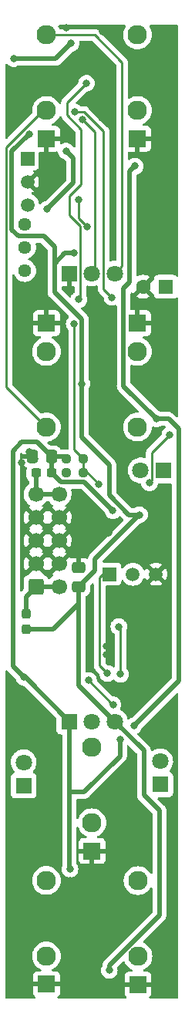
<source format=gbr>
%TF.GenerationSoftware,KiCad,Pcbnew,6.0.11+dfsg-1~bpo11+1*%
%TF.CreationDate,2023-06-07T14:09:25+08:00*%
%TF.ProjectId,MiniSNH v1.0 - Main,4d696e69-534e-4482-9076-312e30202d20,rev?*%
%TF.SameCoordinates,Original*%
%TF.FileFunction,Copper,L1,Top*%
%TF.FilePolarity,Positive*%
%FSLAX46Y46*%
G04 Gerber Fmt 4.6, Leading zero omitted, Abs format (unit mm)*
G04 Created by KiCad (PCBNEW 6.0.11+dfsg-1~bpo11+1) date 2023-06-07 14:09:25*
%MOMM*%
%LPD*%
G01*
G04 APERTURE LIST*
G04 Aperture macros list*
%AMRoundRect*
0 Rectangle with rounded corners*
0 $1 Rounding radius*
0 $2 $3 $4 $5 $6 $7 $8 $9 X,Y pos of 4 corners*
0 Add a 4 corners polygon primitive as box body*
4,1,4,$2,$3,$4,$5,$6,$7,$8,$9,$2,$3,0*
0 Add four circle primitives for the rounded corners*
1,1,$1+$1,$2,$3*
1,1,$1+$1,$4,$5*
1,1,$1+$1,$6,$7*
1,1,$1+$1,$8,$9*
0 Add four rect primitives between the rounded corners*
20,1,$1+$1,$2,$3,$4,$5,0*
20,1,$1+$1,$4,$5,$6,$7,0*
20,1,$1+$1,$6,$7,$8,$9,0*
20,1,$1+$1,$8,$9,$2,$3,0*%
G04 Aperture macros list end*
%TA.AperFunction,SMDPad,CuDef*%
%ADD10RoundRect,0.237500X-0.250000X-0.237500X0.250000X-0.237500X0.250000X0.237500X-0.250000X0.237500X0*%
%TD*%
%TA.AperFunction,ComponentPad*%
%ADD11R,1.930000X1.830000*%
%TD*%
%TA.AperFunction,ComponentPad*%
%ADD12C,2.130000*%
%TD*%
%TA.AperFunction,SMDPad,CuDef*%
%ADD13RoundRect,0.250000X0.337500X0.475000X-0.337500X0.475000X-0.337500X-0.475000X0.337500X-0.475000X0*%
%TD*%
%TA.AperFunction,ComponentPad*%
%ADD14R,1.800000X1.800000*%
%TD*%
%TA.AperFunction,ComponentPad*%
%ADD15C,1.800000*%
%TD*%
%TA.AperFunction,SMDPad,CuDef*%
%ADD16RoundRect,0.237500X-0.300000X-0.237500X0.300000X-0.237500X0.300000X0.237500X-0.300000X0.237500X0*%
%TD*%
%TA.AperFunction,SMDPad,CuDef*%
%ADD17RoundRect,0.250000X-0.475000X0.337500X-0.475000X-0.337500X0.475000X-0.337500X0.475000X0.337500X0*%
%TD*%
%TA.AperFunction,SMDPad,CuDef*%
%ADD18RoundRect,0.237500X0.250000X0.237500X-0.250000X0.237500X-0.250000X-0.237500X0.250000X-0.237500X0*%
%TD*%
%TA.AperFunction,SMDPad,CuDef*%
%ADD19RoundRect,0.237500X-0.237500X0.300000X-0.237500X-0.300000X0.237500X-0.300000X0.237500X0.300000X0*%
%TD*%
%TA.AperFunction,ComponentPad*%
%ADD20RoundRect,0.250000X-0.600000X-0.600000X0.600000X-0.600000X0.600000X0.600000X-0.600000X0.600000X0*%
%TD*%
%TA.AperFunction,ComponentPad*%
%ADD21C,1.700000*%
%TD*%
%TA.AperFunction,ComponentPad*%
%ADD22R,1.600000X1.600000*%
%TD*%
%TA.AperFunction,ComponentPad*%
%ADD23C,1.600000*%
%TD*%
%TA.AperFunction,ComponentPad*%
%ADD24R,1.500000X1.500000*%
%TD*%
%TA.AperFunction,ComponentPad*%
%ADD25C,1.500000*%
%TD*%
%TA.AperFunction,ComponentPad*%
%ADD26C,1.440000*%
%TD*%
%TA.AperFunction,ViaPad*%
%ADD27C,0.800000*%
%TD*%
%TA.AperFunction,Conductor*%
%ADD28C,0.250000*%
%TD*%
%TA.AperFunction,Conductor*%
%ADD29C,0.500000*%
%TD*%
G04 APERTURE END LIST*
D10*
%TO.P,R25,1*%
%TO.N,GND*%
X142187500Y-111725000D03*
%TO.P,R25,2*%
%TO.N,VREF*%
X144012500Y-111725000D03*
%TD*%
D11*
%TO.P,SNH_OUT1,S*%
%TO.N,GND*%
X150000000Y-95350000D03*
D12*
%TO.P,SNH_OUT1,T*%
%TO.N,SNH_OUTPUT*%
X150000000Y-106750000D03*
%TO.P,SNH_OUT1,TN*%
%TO.N,unconnected-(SNH_OUT1-PadTN)*%
X150000000Y-98450000D03*
%TD*%
D13*
%TO.P,C5,1*%
%TO.N,+12V*%
X140537500Y-110000000D03*
%TO.P,C5,2*%
%TO.N,GND*%
X138462500Y-110000000D03*
%TD*%
D14*
%TO.P,D6,1,KA*%
%TO.N,Net-(D6-Pad1)*%
X152888750Y-111500000D03*
D15*
%TO.P,D6,2,AK*%
%TO.N,Net-(D6-Pad2)*%
X150348750Y-111500000D03*
%TD*%
D11*
%TO.P,GATE_IN1,S*%
%TO.N,GND*%
X150000000Y-75080000D03*
D12*
%TO.P,GATE_IN1,T*%
%TO.N,Net-(C7-Pad1)*%
X150000000Y-63680000D03*
%TO.P,GATE_IN1,TN*%
%TO.N,GATE_IN*%
X150000000Y-71980000D03*
%TD*%
D14*
%TO.P,D3,1,K*%
%TO.N,Net-(D3-Pad1)*%
X152500000Y-146000000D03*
D15*
%TO.P,D3,2,A*%
%TO.N,Net-(D3-Pad2)*%
X152500000Y-143460000D03*
%TD*%
D14*
%TO.P,PROBABILITY1,1,1*%
%TO.N,+12V*%
X142500000Y-139075000D03*
D15*
%TO.P,PROBABILITY1,2,2*%
%TO.N,Net-(PROBABILITY1-Pad2)*%
X145000000Y-139075000D03*
%TO.P,PROBABILITY1,3,3*%
%TO.N,-12V*%
X147500000Y-139075000D03*
%TD*%
D14*
%TO.P,D2,1,K*%
%TO.N,Net-(D2-Pad1)*%
X137500000Y-146100000D03*
D15*
%TO.P,D2,2,A*%
%TO.N,Net-(D2-Pad2)*%
X137500000Y-143560000D03*
%TD*%
D11*
%TO.P,PROB_IN1,S*%
%TO.N,GND*%
X145000000Y-153300000D03*
D12*
%TO.P,PROB_IN1,T*%
%TO.N,Net-(PROB_IN1-PadT)*%
X145000000Y-141900000D03*
%TO.P,PROB_IN1,TN*%
%TO.N,Net-(PROBABILITY1-Pad2)*%
X145000000Y-150200000D03*
%TD*%
D16*
%TO.P,FB1,1*%
%TO.N,Net-(FB1-Pad1)*%
X138837500Y-111800000D03*
%TO.P,FB1,2*%
%TO.N,+12V*%
X140562500Y-111800000D03*
%TD*%
D17*
%TO.P,C6,1*%
%TO.N,GND*%
X143550000Y-122212500D03*
%TO.P,C6,2*%
%TO.N,-12V*%
X143550000Y-124287500D03*
%TD*%
D11*
%TO.P,GATE_OUT2,S*%
%TO.N,GND*%
X150050000Y-167950000D03*
D12*
%TO.P,GATE_OUT2,T*%
%TO.N,GATE_OUT2*%
X150050000Y-156550000D03*
%TO.P,GATE_OUT2,TN*%
%TO.N,unconnected-(GATE_OUT2-PadTN)*%
X150050000Y-164850000D03*
%TD*%
D11*
%TO.P,SIGNAL_IN1,S*%
%TO.N,GND*%
X140000000Y-75080000D03*
D12*
%TO.P,SIGNAL_IN1,T*%
%TO.N,Net-(SIGNAL_AMOUNT1-Pad3)*%
X140000000Y-63680000D03*
%TO.P,SIGNAL_IN1,TN*%
%TO.N,NOISE_OUTPUT*%
X140000000Y-71980000D03*
%TD*%
D18*
%TO.P,R26,1*%
%TO.N,VREF*%
X144012500Y-110200000D03*
%TO.P,R26,2*%
%TO.N,+12V*%
X142187500Y-110200000D03*
%TD*%
D11*
%TO.P,NOISE_OUT1,S*%
%TO.N,GND*%
X140000000Y-95350000D03*
D12*
%TO.P,NOISE_OUT1,T*%
%TO.N,NOISE_OUTPUT*%
X140000000Y-106750000D03*
%TO.P,NOISE_OUT1,TN*%
%TO.N,unconnected-(NOISE_OUT1-PadTN)*%
X140000000Y-98450000D03*
%TD*%
D19*
%TO.P,FB2,1*%
%TO.N,Net-(FB2-Pad1)*%
X137750000Y-127237500D03*
%TO.P,FB2,2*%
%TO.N,-12V*%
X137750000Y-128962500D03*
%TD*%
D14*
%TO.P,SIGNAL_AMOUNT1,1,1*%
%TO.N,GND*%
X142500000Y-89875000D03*
D15*
%TO.P,SIGNAL_AMOUNT1,2,2*%
%TO.N,Net-(SIGNAL_AMOUNT1-Pad2)*%
X145000000Y-89875000D03*
%TO.P,SIGNAL_AMOUNT1,3,3*%
%TO.N,Net-(SIGNAL_AMOUNT1-Pad3)*%
X147500000Y-89875000D03*
%TD*%
D11*
%TO.P,GATE_OUT1,S*%
%TO.N,GND*%
X140000000Y-167930000D03*
D12*
%TO.P,GATE_OUT1,T*%
%TO.N,GATE_OUT1*%
X140000000Y-156530000D03*
%TO.P,GATE_OUT1,TN*%
%TO.N,unconnected-(GATE_OUT1-PadTN)*%
X140000000Y-164830000D03*
%TD*%
D20*
%TO.P,J2,1,Pin_1*%
%TO.N,Net-(FB2-Pad1)*%
X138847500Y-124280000D03*
D21*
%TO.P,J2,2,Pin_2*%
X141387500Y-124280000D03*
%TO.P,J2,3,Pin_3*%
%TO.N,GND*%
X138847500Y-121740000D03*
%TO.P,J2,4,Pin_4*%
X141387500Y-121740000D03*
%TO.P,J2,5,Pin_5*%
X138847500Y-119200000D03*
%TO.P,J2,6,Pin_6*%
X141387500Y-119200000D03*
%TO.P,J2,7,Pin_7*%
X138847500Y-116660000D03*
%TO.P,J2,8,Pin_8*%
X141387500Y-116660000D03*
%TO.P,J2,9,Pin_9*%
%TO.N,Net-(FB1-Pad1)*%
X138847500Y-114120000D03*
%TO.P,J2,10,Pin_10*%
X141387500Y-114120000D03*
%TD*%
D22*
%TO.P,C1,1*%
%TO.N,Net-(C1-Pad1)*%
X153105113Y-91350000D03*
D23*
%TO.P,C1,2*%
%TO.N,GND*%
X150605113Y-91350000D03*
%TD*%
D24*
%TO.P,Q1,1,C*%
%TO.N,unconnected-(Q1-Pad1)*%
X137910000Y-77280000D03*
D25*
%TO.P,Q1,2,B*%
%TO.N,GND*%
X137910000Y-79820000D03*
%TO.P,Q1,3,E*%
%TO.N,Net-(C2-Pad1)*%
X137910000Y-82360000D03*
%TD*%
D26*
%TO.P,RV1,1,1*%
%TO.N,Net-(R7-Pad1)*%
X137625000Y-89575000D03*
%TO.P,RV1,2,2*%
%TO.N,WHITE_NOISE*%
X137625000Y-87035000D03*
%TO.P,RV1,3,3*%
%TO.N,unconnected-(RV1-Pad3)*%
X137625000Y-84495000D03*
%TD*%
D24*
%TO.P,Q2,1,C*%
%TO.N,Net-(Q2-Pad1)*%
X146960000Y-122900000D03*
D25*
%TO.P,Q2,2,B*%
%TO.N,Net-(Q2-Pad2)*%
X149500000Y-122900000D03*
%TO.P,Q2,3,E*%
%TO.N,GND*%
X152040000Y-122900000D03*
%TD*%
D27*
%TO.N,GND*%
X146550000Y-130850000D03*
X153200000Y-117950000D03*
X145750000Y-71400000D03*
X151500000Y-132750000D03*
X142200000Y-111700000D03*
X142619168Y-156530832D03*
X138700000Y-110250000D03*
X151100000Y-124800000D03*
X147200000Y-109500000D03*
X148100000Y-124500000D03*
X151500000Y-133800000D03*
X142200000Y-62900000D03*
X150950000Y-67300000D03*
X146100000Y-72850000D03*
X146550000Y-131700000D03*
X146800500Y-118338363D03*
X144200000Y-67000000D03*
X152100000Y-117150000D03*
X144800000Y-65500000D03*
X151500000Y-131750000D03*
X153348882Y-127805446D03*
X138100000Y-109450000D03*
X152050000Y-63350000D03*
X137250000Y-110650000D03*
X146250000Y-107450000D03*
X151950000Y-66650000D03*
X146200000Y-63300000D03*
X153287299Y-126187299D03*
X152450000Y-64100000D03*
X152350000Y-67500000D03*
X147750000Y-107450000D03*
%TO.N,Net-(C2-Pad2)*%
X144449500Y-84736011D03*
X143500000Y-81800000D03*
%TO.N,+12V*%
X142150000Y-76450000D03*
X149600000Y-139550000D03*
X152100000Y-105850000D03*
X147300000Y-115925000D03*
X137548091Y-134235939D03*
X142585255Y-155295543D03*
X148075000Y-141075000D03*
X140100000Y-82800000D03*
X149729616Y-78102844D03*
%TO.N,-12V*%
X150225000Y-116375000D03*
X138112299Y-74562299D03*
X143900000Y-102000000D03*
X136400000Y-66300000D03*
X142712299Y-64612299D03*
X143000500Y-87637885D03*
X146900000Y-166400000D03*
%TO.N,GATE_IN*%
X151325000Y-112875000D03*
X153550000Y-107600000D03*
%TO.N,VREF*%
X144400000Y-69000000D03*
X145725500Y-113000000D03*
X143050000Y-95400000D03*
X143550000Y-92750000D03*
%TO.N,Net-(R10-Pad2)*%
X147950000Y-128650000D03*
X148143750Y-133893750D03*
X144630000Y-134560000D03*
X147310000Y-137230000D03*
%TO.N,Net-(SIGNAL_AMOUNT1-Pad2)*%
X143950000Y-73000000D03*
%TO.N,Net-(Q2-Pad1)*%
X146706250Y-133806250D03*
%TO.N,Net-(C8-Pad1)*%
X143100000Y-72150000D03*
X147200000Y-92500000D03*
%TD*%
D28*
%TO.N,Net-(C2-Pad2)*%
X143500000Y-81800000D02*
X143500000Y-83786511D01*
X143500000Y-83786511D02*
X144449500Y-84736011D01*
D29*
%TO.N,+12V*%
X153400000Y-105850000D02*
X154500000Y-106950000D01*
X152100000Y-105850000D02*
X153400000Y-105850000D01*
X142500000Y-139075000D02*
X137660939Y-134235939D01*
X138937500Y-108400000D02*
X137300000Y-108400000D01*
X140537500Y-110000000D02*
X141987500Y-110000000D01*
X140537500Y-110000000D02*
X138937500Y-108400000D01*
X142500000Y-146800000D02*
X142500000Y-155210288D01*
X152100000Y-105850000D02*
X148485000Y-102235000D01*
X148485000Y-102235000D02*
X148485000Y-91515000D01*
X140100000Y-82800000D02*
X142950000Y-79950000D01*
X141987500Y-110000000D02*
X142187500Y-110200000D01*
X142500000Y-146800000D02*
X144150000Y-146800000D01*
X142950000Y-77250000D02*
X142150000Y-76450000D01*
X144150000Y-146800000D02*
X148075000Y-142875000D01*
X140537500Y-110000000D02*
X140537500Y-111775000D01*
X149150000Y-90850000D02*
X149150000Y-78682460D01*
X147275000Y-115925000D02*
X147300000Y-115925000D01*
X148485000Y-91515000D02*
X149150000Y-90850000D01*
X148075000Y-142875000D02*
X148075000Y-141075000D01*
X142950000Y-79950000D02*
X142950000Y-77250000D01*
X144150000Y-112800000D02*
X147275000Y-115925000D01*
X136300000Y-109400000D02*
X136300000Y-132987848D01*
X149150000Y-78682460D02*
X149729616Y-78102844D01*
X140562500Y-111800000D02*
X141562500Y-112800000D01*
X141562500Y-112800000D02*
X144150000Y-112800000D01*
X137660939Y-134235939D02*
X137548091Y-134235939D01*
X142500000Y-139075000D02*
X142500000Y-146800000D01*
X140537500Y-111775000D02*
X140562500Y-111800000D01*
X154500000Y-134650000D02*
X149600000Y-139550000D01*
X142500000Y-155210288D02*
X142585255Y-155295543D01*
X154500000Y-106950000D02*
X154500000Y-134650000D01*
X137300000Y-108400000D02*
X136300000Y-109400000D01*
X136300000Y-132987848D02*
X137548091Y-134235939D01*
%TO.N,-12V*%
X143900000Y-107900000D02*
X146900000Y-110900000D01*
X143550000Y-126150000D02*
X143550000Y-124287500D01*
X145350000Y-121200000D02*
X150175000Y-116375000D01*
X143550000Y-135125000D02*
X147500000Y-139075000D01*
X147500000Y-139075000D02*
X150700000Y-142275000D01*
X137750000Y-128962500D02*
X140737500Y-128962500D01*
X140900000Y-88775000D02*
X140900000Y-91950000D01*
X140900000Y-88775000D02*
X140900000Y-86950000D01*
X143900000Y-102000000D02*
X143900000Y-107900000D01*
X140900000Y-86950000D02*
X139700000Y-85750000D01*
X136200000Y-85050000D02*
X136200000Y-76474598D01*
X140737500Y-128962500D02*
X143550000Y-126150000D01*
X150700000Y-147150000D02*
X152400000Y-148850000D01*
X143550000Y-124287500D02*
X145350000Y-122487500D01*
X142037115Y-87637885D02*
X143000500Y-87637885D01*
X136400000Y-66300000D02*
X141024598Y-66300000D01*
X150175000Y-116375000D02*
X150225000Y-116375000D01*
X152400000Y-148850000D02*
X152400000Y-160357466D01*
X140900000Y-88775000D02*
X142037115Y-87637885D01*
X139700000Y-85750000D02*
X136900000Y-85750000D01*
X143900000Y-94950000D02*
X143900000Y-102000000D01*
X136200000Y-76474598D02*
X138112299Y-74562299D01*
X146900000Y-110900000D02*
X146900000Y-114250000D01*
X146900000Y-165857466D02*
X146900000Y-166400000D01*
X143550000Y-124287500D02*
X143550000Y-135125000D01*
X140900000Y-91950000D02*
X143900000Y-94950000D01*
X150700000Y-142275000D02*
X150700000Y-147150000D01*
X152400000Y-160357466D02*
X146900000Y-165857466D01*
X136900000Y-85750000D02*
X136200000Y-85050000D01*
X141024598Y-66300000D02*
X142712299Y-64612299D01*
X149025000Y-116375000D02*
X150225000Y-116375000D01*
X146900000Y-114250000D02*
X149025000Y-116375000D01*
X145350000Y-122487500D02*
X145350000Y-121200000D01*
D28*
%TO.N,NOISE_OUTPUT*%
X140000000Y-71980000D02*
X139670000Y-71980000D01*
X135600000Y-76050000D02*
X135600000Y-102350000D01*
X135600000Y-102350000D02*
X140000000Y-106750000D01*
X139670000Y-71980000D02*
X135600000Y-76050000D01*
D29*
%TO.N,Net-(FB1-Pad1)*%
X141387500Y-114120000D02*
X138847500Y-114120000D01*
X138847500Y-114120000D02*
X138847500Y-111810000D01*
X138847500Y-111810000D02*
X138837500Y-111800000D01*
D28*
%TO.N,GATE_IN*%
X151573750Y-109576250D02*
X151573750Y-112626250D01*
X153550000Y-107600000D02*
X151573750Y-109576250D01*
X151573750Y-112626250D02*
X151325000Y-112875000D01*
D29*
%TO.N,Net-(FB2-Pad1)*%
X137750000Y-127237500D02*
X137750000Y-125377500D01*
X141387500Y-124280000D02*
X138847500Y-124280000D01*
X137750000Y-125377500D02*
X138847500Y-124280000D01*
D28*
%TO.N,VREF*%
X144475000Y-111725000D02*
X145725500Y-112975500D01*
X142550000Y-81350000D02*
X143800000Y-80100000D01*
X142550000Y-83472907D02*
X142550000Y-81350000D01*
X145725500Y-112975500D02*
X145725500Y-113000000D01*
X142250000Y-72500000D02*
X142250000Y-71150000D01*
X143725000Y-84647907D02*
X142550000Y-83472907D01*
X144012500Y-110200000D02*
X143050000Y-109237500D01*
X143550000Y-92750000D02*
X143725000Y-92575000D01*
X144012500Y-110200000D02*
X144012500Y-111725000D01*
X143050000Y-109237500D02*
X143050000Y-95400000D01*
X143800000Y-74050000D02*
X142250000Y-72500000D01*
X144012500Y-111725000D02*
X144475000Y-111725000D01*
X143725000Y-92575000D02*
X143725000Y-84647907D01*
X142250000Y-71150000D02*
X144400000Y-69000000D01*
X143800000Y-80100000D02*
X143800000Y-74050000D01*
%TO.N,Net-(R10-Pad2)*%
X144630000Y-134560000D02*
X147300000Y-137230000D01*
X148143750Y-128843750D02*
X148143750Y-133893750D01*
X147950000Y-128650000D02*
X148143750Y-128843750D01*
X147300000Y-137230000D02*
X147310000Y-137230000D01*
%TO.N,Net-(SIGNAL_AMOUNT1-Pad2)*%
X145300000Y-74350000D02*
X143950000Y-73000000D01*
X145300000Y-89575000D02*
X145300000Y-74350000D01*
X145000000Y-89875000D02*
X145300000Y-89575000D01*
%TO.N,Net-(SIGNAL_AMOUNT1-Pad3)*%
X148300000Y-66700000D02*
X145280000Y-63680000D01*
X147500000Y-89875000D02*
X148300000Y-89075000D01*
X148300000Y-89075000D02*
X148300000Y-66700000D01*
X145280000Y-63680000D02*
X140000000Y-63680000D01*
%TO.N,Net-(Q2-Pad1)*%
X145825000Y-132925000D02*
X145825000Y-123260000D01*
X145825000Y-123260000D02*
X146185000Y-122900000D01*
X146706250Y-133806250D02*
X145825000Y-132925000D01*
%TO.N,Net-(C8-Pad1)*%
X144150000Y-72150000D02*
X143100000Y-72150000D01*
X146275000Y-74275000D02*
X144150000Y-72150000D01*
X146275000Y-91575000D02*
X146275000Y-74275000D01*
X147200000Y-92500000D02*
X146275000Y-91575000D01*
%TD*%
%TA.AperFunction,Conductor*%
%TO.N,GND*%
G36*
X135721153Y-133484340D02*
G01*
X135770383Y-133530976D01*
X135772825Y-133533354D01*
X136627966Y-134388495D01*
X136658704Y-134438653D01*
X136713564Y-134607495D01*
X136809051Y-134772883D01*
X136936838Y-134914805D01*
X137091339Y-135027057D01*
X137097367Y-135029741D01*
X137097369Y-135029742D01*
X137235216Y-135091115D01*
X137265803Y-135104733D01*
X137452604Y-135144439D01*
X137457407Y-135144439D01*
X137522448Y-135171196D01*
X137532719Y-135180400D01*
X141054595Y-138702276D01*
X141088621Y-138764588D01*
X141091500Y-138791371D01*
X141091500Y-140023134D01*
X141098255Y-140085316D01*
X141149385Y-140221705D01*
X141236739Y-140338261D01*
X141353295Y-140425615D01*
X141489684Y-140476745D01*
X141551866Y-140483500D01*
X141615500Y-140483500D01*
X141683621Y-140503502D01*
X141730114Y-140557158D01*
X141741500Y-140609500D01*
X141741500Y-146772165D01*
X141741258Y-146779966D01*
X141737453Y-146841298D01*
X141738693Y-146848514D01*
X141739680Y-146854257D01*
X141741500Y-146875596D01*
X141741500Y-154932431D01*
X141735333Y-154971368D01*
X141691713Y-155105615D01*
X141691023Y-155112178D01*
X141691022Y-155112185D01*
X141675877Y-155256286D01*
X141671751Y-155295543D01*
X141672441Y-155302108D01*
X141686296Y-155433927D01*
X141691713Y-155485471D01*
X141750728Y-155667099D01*
X141846215Y-155832487D01*
X141974002Y-155974409D01*
X142128503Y-156086661D01*
X142134531Y-156089345D01*
X142134533Y-156089346D01*
X142296936Y-156161652D01*
X142302967Y-156164337D01*
X142396368Y-156184190D01*
X142483311Y-156202671D01*
X142483316Y-156202671D01*
X142489768Y-156204043D01*
X142680742Y-156204043D01*
X142687194Y-156202671D01*
X142687199Y-156202671D01*
X142774142Y-156184190D01*
X142867543Y-156164337D01*
X142873574Y-156161652D01*
X143035977Y-156089346D01*
X143035979Y-156089345D01*
X143042007Y-156086661D01*
X143196508Y-155974409D01*
X143324295Y-155832487D01*
X143419782Y-155667099D01*
X143478797Y-155485471D01*
X143484215Y-155433927D01*
X143498069Y-155302108D01*
X143498759Y-155295543D01*
X143494633Y-155256286D01*
X143479487Y-155112178D01*
X143479487Y-155112176D01*
X143478797Y-155105615D01*
X143419782Y-154923987D01*
X143324295Y-154758599D01*
X143290864Y-154721470D01*
X143260146Y-154657463D01*
X143258500Y-154637160D01*
X143258500Y-154259669D01*
X143527001Y-154259669D01*
X143527371Y-154266490D01*
X143532895Y-154317352D01*
X143536521Y-154332604D01*
X143581676Y-154453054D01*
X143590214Y-154468649D01*
X143666715Y-154570724D01*
X143679276Y-154583285D01*
X143781351Y-154659786D01*
X143796946Y-154668324D01*
X143917394Y-154713478D01*
X143932649Y-154717105D01*
X143983514Y-154722631D01*
X143990328Y-154723000D01*
X144727885Y-154723000D01*
X144743124Y-154718525D01*
X144744329Y-154717135D01*
X144746000Y-154709452D01*
X144746000Y-154704884D01*
X145254000Y-154704884D01*
X145258475Y-154720123D01*
X145259865Y-154721328D01*
X145267548Y-154722999D01*
X146009669Y-154722999D01*
X146016490Y-154722629D01*
X146067352Y-154717105D01*
X146082604Y-154713479D01*
X146203054Y-154668324D01*
X146218649Y-154659786D01*
X146320724Y-154583285D01*
X146333285Y-154570724D01*
X146409786Y-154468649D01*
X146418324Y-154453054D01*
X146463478Y-154332606D01*
X146467105Y-154317351D01*
X146472631Y-154266486D01*
X146473000Y-154259672D01*
X146473000Y-153572115D01*
X146468525Y-153556876D01*
X146467135Y-153555671D01*
X146459452Y-153554000D01*
X145272115Y-153554000D01*
X145256876Y-153558475D01*
X145255671Y-153559865D01*
X145254000Y-153567548D01*
X145254000Y-154704884D01*
X144746000Y-154704884D01*
X144746000Y-153572115D01*
X144741525Y-153556876D01*
X144740135Y-153555671D01*
X144732452Y-153554000D01*
X143545116Y-153554000D01*
X143529877Y-153558475D01*
X143528672Y-153559865D01*
X143527001Y-153567548D01*
X143527001Y-154259669D01*
X143258500Y-154259669D01*
X143258500Y-150740846D01*
X143278502Y-150672725D01*
X143332158Y-150626232D01*
X143402432Y-150616128D01*
X143467012Y-150645622D01*
X143500909Y-150692628D01*
X143593666Y-150916563D01*
X143723075Y-151127740D01*
X143883927Y-151316073D01*
X144072260Y-151476925D01*
X144283437Y-151606334D01*
X144351656Y-151634591D01*
X144351658Y-151634592D01*
X144406938Y-151679141D01*
X144429359Y-151746504D01*
X144411801Y-151815295D01*
X144359838Y-151863674D01*
X144303439Y-151877001D01*
X143990331Y-151877001D01*
X143983510Y-151877371D01*
X143932648Y-151882895D01*
X143917396Y-151886521D01*
X143796946Y-151931676D01*
X143781351Y-151940214D01*
X143679276Y-152016715D01*
X143666715Y-152029276D01*
X143590214Y-152131351D01*
X143581676Y-152146946D01*
X143536522Y-152267394D01*
X143532895Y-152282649D01*
X143527369Y-152333514D01*
X143527000Y-152340328D01*
X143527000Y-153027885D01*
X143531475Y-153043124D01*
X143532865Y-153044329D01*
X143540548Y-153046000D01*
X146454884Y-153046000D01*
X146470123Y-153041525D01*
X146471328Y-153040135D01*
X146472999Y-153032452D01*
X146472999Y-152340331D01*
X146472629Y-152333510D01*
X146467105Y-152282648D01*
X146463479Y-152267396D01*
X146418324Y-152146946D01*
X146409786Y-152131351D01*
X146333285Y-152029276D01*
X146320724Y-152016715D01*
X146218649Y-151940214D01*
X146203054Y-151931676D01*
X146082606Y-151886522D01*
X146067351Y-151882895D01*
X146016486Y-151877369D01*
X146009672Y-151877000D01*
X145696562Y-151877000D01*
X145628441Y-151856998D01*
X145581948Y-151803342D01*
X145571844Y-151733068D01*
X145601338Y-151668488D01*
X145648343Y-151634592D01*
X145676640Y-151622871D01*
X145711989Y-151608229D01*
X145711993Y-151608227D01*
X145716563Y-151606334D01*
X145927740Y-151476925D01*
X146116073Y-151316073D01*
X146276925Y-151127740D01*
X146406334Y-150916563D01*
X146501115Y-150687742D01*
X146521501Y-150602830D01*
X146557779Y-150451724D01*
X146557780Y-150451718D01*
X146558934Y-150446911D01*
X146578366Y-150200000D01*
X146558934Y-149953089D01*
X146557780Y-149948282D01*
X146557779Y-149948276D01*
X146502270Y-149717070D01*
X146501115Y-149712258D01*
X146406334Y-149483437D01*
X146276925Y-149272260D01*
X146116073Y-149083927D01*
X145927740Y-148923075D01*
X145716563Y-148793666D01*
X145711993Y-148791773D01*
X145711989Y-148791771D01*
X145492315Y-148700779D01*
X145492313Y-148700778D01*
X145487742Y-148698885D01*
X145402830Y-148678499D01*
X145251724Y-148642221D01*
X145251718Y-148642220D01*
X145246911Y-148641066D01*
X145000000Y-148621634D01*
X144753089Y-148641066D01*
X144748282Y-148642220D01*
X144748276Y-148642221D01*
X144597170Y-148678499D01*
X144512258Y-148698885D01*
X144507687Y-148700778D01*
X144507685Y-148700779D01*
X144288011Y-148791771D01*
X144288007Y-148791773D01*
X144283437Y-148793666D01*
X144072260Y-148923075D01*
X143883927Y-149083927D01*
X143723075Y-149272260D01*
X143593666Y-149483437D01*
X143591773Y-149488007D01*
X143591771Y-149488011D01*
X143500909Y-149707372D01*
X143456361Y-149762653D01*
X143388997Y-149785074D01*
X143320206Y-149767516D01*
X143271828Y-149715554D01*
X143258500Y-149659154D01*
X143258500Y-147684500D01*
X143278502Y-147616379D01*
X143332158Y-147569886D01*
X143384500Y-147558500D01*
X144082930Y-147558500D01*
X144101880Y-147559933D01*
X144116115Y-147562099D01*
X144116119Y-147562099D01*
X144123349Y-147563199D01*
X144130641Y-147562606D01*
X144130644Y-147562606D01*
X144176018Y-147558915D01*
X144186233Y-147558500D01*
X144194293Y-147558500D01*
X144209776Y-147556695D01*
X144222507Y-147555211D01*
X144226882Y-147554778D01*
X144292339Y-147549454D01*
X144292342Y-147549453D01*
X144299637Y-147548860D01*
X144306601Y-147546604D01*
X144312560Y-147545413D01*
X144318415Y-147544029D01*
X144325681Y-147543182D01*
X144394327Y-147518265D01*
X144398455Y-147516848D01*
X144460936Y-147496607D01*
X144460938Y-147496606D01*
X144467899Y-147494351D01*
X144474154Y-147490555D01*
X144479628Y-147488049D01*
X144485058Y-147485330D01*
X144491937Y-147482833D01*
X144536270Y-147453767D01*
X144552976Y-147442814D01*
X144556680Y-147440477D01*
X144619107Y-147402595D01*
X144627484Y-147395197D01*
X144627508Y-147395224D01*
X144630500Y-147392571D01*
X144633733Y-147389868D01*
X144639852Y-147385856D01*
X144693128Y-147329617D01*
X144695506Y-147327175D01*
X148563911Y-143458770D01*
X148578323Y-143446384D01*
X148589918Y-143437851D01*
X148589923Y-143437846D01*
X148595818Y-143433508D01*
X148600557Y-143427930D01*
X148600560Y-143427927D01*
X148630035Y-143393232D01*
X148636965Y-143385716D01*
X148642660Y-143380021D01*
X148660281Y-143357749D01*
X148663072Y-143354345D01*
X148705591Y-143304297D01*
X148705592Y-143304295D01*
X148710333Y-143298715D01*
X148713661Y-143292199D01*
X148717028Y-143287150D01*
X148720195Y-143282021D01*
X148724734Y-143276284D01*
X148755655Y-143210125D01*
X148757561Y-143206225D01*
X148771204Y-143179507D01*
X148790769Y-143141192D01*
X148792508Y-143134084D01*
X148794607Y-143128441D01*
X148796524Y-143122678D01*
X148799622Y-143116050D01*
X148814487Y-143044583D01*
X148815457Y-143040299D01*
X148822304Y-143012317D01*
X148832808Y-142969390D01*
X148833500Y-142958236D01*
X148833536Y-142958238D01*
X148833775Y-142954245D01*
X148834149Y-142950053D01*
X148835640Y-142942885D01*
X148833546Y-142865479D01*
X148833500Y-142862072D01*
X148833500Y-141785371D01*
X148853502Y-141717250D01*
X148907158Y-141670757D01*
X148977432Y-141660653D01*
X149042012Y-141690147D01*
X149048595Y-141696276D01*
X149904595Y-142552276D01*
X149938621Y-142614588D01*
X149941500Y-142641371D01*
X149941500Y-147082930D01*
X149940067Y-147101880D01*
X149938784Y-147110316D01*
X149936801Y-147123349D01*
X149937394Y-147130641D01*
X149937394Y-147130644D01*
X149941085Y-147176018D01*
X149941500Y-147186233D01*
X149941500Y-147194293D01*
X149941925Y-147197937D01*
X149944789Y-147222507D01*
X149945222Y-147226882D01*
X149946835Y-147246705D01*
X149951140Y-147299637D01*
X149953396Y-147306601D01*
X149954587Y-147312560D01*
X149955971Y-147318415D01*
X149956818Y-147325681D01*
X149981735Y-147394327D01*
X149983152Y-147398455D01*
X150000050Y-147450615D01*
X150005649Y-147467899D01*
X150009445Y-147474154D01*
X150011951Y-147479628D01*
X150014670Y-147485058D01*
X150017167Y-147491937D01*
X150021180Y-147498057D01*
X150021180Y-147498058D01*
X150057186Y-147552976D01*
X150059523Y-147556680D01*
X150097405Y-147619107D01*
X150101121Y-147623315D01*
X150101122Y-147623316D01*
X150104803Y-147627484D01*
X150104776Y-147627508D01*
X150107429Y-147630500D01*
X150110132Y-147633733D01*
X150114144Y-147639852D01*
X150119456Y-147644884D01*
X150170383Y-147693128D01*
X150172825Y-147695506D01*
X151604595Y-149127276D01*
X151638621Y-149189588D01*
X151641500Y-149216371D01*
X151641500Y-155688837D01*
X151621498Y-155756958D01*
X151567842Y-155803451D01*
X151497568Y-155813555D01*
X151432988Y-155784061D01*
X151408067Y-155754672D01*
X151329507Y-155626474D01*
X151326925Y-155622260D01*
X151166073Y-155433927D01*
X150977740Y-155273075D01*
X150766563Y-155143666D01*
X150761993Y-155141773D01*
X150761989Y-155141771D01*
X150542315Y-155050779D01*
X150542313Y-155050778D01*
X150537742Y-155048885D01*
X150449626Y-155027730D01*
X150301724Y-154992221D01*
X150301718Y-154992220D01*
X150296911Y-154991066D01*
X150050000Y-154971634D01*
X149803089Y-154991066D01*
X149798282Y-154992220D01*
X149798276Y-154992221D01*
X149650374Y-155027730D01*
X149562258Y-155048885D01*
X149557687Y-155050778D01*
X149557685Y-155050779D01*
X149338011Y-155141771D01*
X149338007Y-155141773D01*
X149333437Y-155143666D01*
X149122260Y-155273075D01*
X148933927Y-155433927D01*
X148773075Y-155622260D01*
X148643666Y-155833437D01*
X148641773Y-155838007D01*
X148641771Y-155838011D01*
X148585273Y-155974409D01*
X148548885Y-156062258D01*
X148542382Y-156089346D01*
X148492221Y-156298276D01*
X148492220Y-156298282D01*
X148491066Y-156303089D01*
X148471634Y-156550000D01*
X148491066Y-156796911D01*
X148492220Y-156801718D01*
X148492221Y-156801724D01*
X148528499Y-156952830D01*
X148548885Y-157037742D01*
X148550778Y-157042313D01*
X148550779Y-157042315D01*
X148637130Y-157250783D01*
X148643666Y-157266563D01*
X148773075Y-157477740D01*
X148933927Y-157666073D01*
X149122260Y-157826925D01*
X149333437Y-157956334D01*
X149338007Y-157958227D01*
X149338011Y-157958229D01*
X149516762Y-158032270D01*
X149562258Y-158051115D01*
X149647170Y-158071501D01*
X149798276Y-158107779D01*
X149798282Y-158107780D01*
X149803089Y-158108934D01*
X150050000Y-158128366D01*
X150296911Y-158108934D01*
X150301718Y-158107780D01*
X150301724Y-158107779D01*
X150452830Y-158071501D01*
X150537742Y-158051115D01*
X150583238Y-158032270D01*
X150761989Y-157958229D01*
X150761993Y-157958227D01*
X150766563Y-157956334D01*
X150977740Y-157826925D01*
X151166073Y-157666073D01*
X151326925Y-157477740D01*
X151408067Y-157345328D01*
X151460715Y-157297697D01*
X151530756Y-157286090D01*
X151595954Y-157314193D01*
X151635608Y-157373083D01*
X151641500Y-157411163D01*
X151641500Y-159991095D01*
X151621498Y-160059216D01*
X151604595Y-160080190D01*
X146411089Y-165273696D01*
X146396677Y-165286082D01*
X146385082Y-165294615D01*
X146385077Y-165294620D01*
X146379182Y-165298958D01*
X146374443Y-165304536D01*
X146374440Y-165304539D01*
X146344965Y-165339234D01*
X146338035Y-165346750D01*
X146332340Y-165352445D01*
X146330060Y-165355327D01*
X146314719Y-165374717D01*
X146311928Y-165378121D01*
X146291485Y-165402184D01*
X146264667Y-165433751D01*
X146261339Y-165440267D01*
X146257972Y-165445316D01*
X146254805Y-165450445D01*
X146250266Y-165456182D01*
X146219345Y-165522341D01*
X146217442Y-165526235D01*
X146184231Y-165591274D01*
X146182492Y-165598382D01*
X146180393Y-165604025D01*
X146178476Y-165609788D01*
X146175378Y-165616416D01*
X146173888Y-165623578D01*
X146173888Y-165623579D01*
X146160514Y-165687878D01*
X146159544Y-165692162D01*
X146142192Y-165763076D01*
X146141500Y-165774230D01*
X146141464Y-165774228D01*
X146141225Y-165778221D01*
X146140851Y-165782413D01*
X146139360Y-165789581D01*
X146139558Y-165796897D01*
X146141263Y-165859925D01*
X146124428Y-165926331D01*
X146065473Y-166028444D01*
X146006458Y-166210072D01*
X146005768Y-166216633D01*
X146005768Y-166216635D01*
X145995063Y-166318488D01*
X145986496Y-166400000D01*
X145987186Y-166406565D01*
X146005591Y-166581676D01*
X146006458Y-166589928D01*
X146065473Y-166771556D01*
X146160960Y-166936944D01*
X146288747Y-167078866D01*
X146443248Y-167191118D01*
X146449276Y-167193802D01*
X146449278Y-167193803D01*
X146611681Y-167266109D01*
X146617712Y-167268794D01*
X146711112Y-167288647D01*
X146798056Y-167307128D01*
X146798061Y-167307128D01*
X146804513Y-167308500D01*
X146995487Y-167308500D01*
X147001939Y-167307128D01*
X147001944Y-167307128D01*
X147088888Y-167288647D01*
X147182288Y-167268794D01*
X147188319Y-167266109D01*
X147350722Y-167193803D01*
X147350724Y-167193802D01*
X147356752Y-167191118D01*
X147511253Y-167078866D01*
X147639040Y-166936944D01*
X147734527Y-166771556D01*
X147793542Y-166589928D01*
X147794410Y-166581676D01*
X147812814Y-166406565D01*
X147813504Y-166400000D01*
X147804937Y-166318488D01*
X147794233Y-166216642D01*
X147794232Y-166216635D01*
X147793542Y-166210072D01*
X147774861Y-166152578D01*
X147772833Y-166081613D01*
X147805599Y-166024548D01*
X148399002Y-165431145D01*
X148461314Y-165397119D01*
X148532129Y-165402184D01*
X148588965Y-165444731D01*
X148604506Y-165472022D01*
X148637130Y-165550783D01*
X148643666Y-165566563D01*
X148773075Y-165777740D01*
X148933927Y-165966073D01*
X149122260Y-166126925D01*
X149333437Y-166256334D01*
X149401656Y-166284591D01*
X149401658Y-166284592D01*
X149456938Y-166329141D01*
X149479359Y-166396504D01*
X149461801Y-166465295D01*
X149409838Y-166513674D01*
X149353439Y-166527001D01*
X149040331Y-166527001D01*
X149033510Y-166527371D01*
X148982648Y-166532895D01*
X148967396Y-166536521D01*
X148846946Y-166581676D01*
X148831351Y-166590214D01*
X148729276Y-166666715D01*
X148716715Y-166679276D01*
X148640214Y-166781351D01*
X148631676Y-166796946D01*
X148586522Y-166917394D01*
X148582895Y-166932649D01*
X148577369Y-166983514D01*
X148577000Y-166990328D01*
X148577000Y-167677885D01*
X148581475Y-167693124D01*
X148582865Y-167694329D01*
X148590548Y-167696000D01*
X151504884Y-167696000D01*
X151520123Y-167691525D01*
X151521328Y-167690135D01*
X151522999Y-167682452D01*
X151522999Y-166990331D01*
X151522629Y-166983510D01*
X151517105Y-166932648D01*
X151513479Y-166917396D01*
X151468324Y-166796946D01*
X151459786Y-166781351D01*
X151383285Y-166679276D01*
X151370724Y-166666715D01*
X151268649Y-166590214D01*
X151253054Y-166581676D01*
X151132606Y-166536522D01*
X151117351Y-166532895D01*
X151066486Y-166527369D01*
X151059672Y-166527000D01*
X150746562Y-166527000D01*
X150678441Y-166506998D01*
X150631948Y-166453342D01*
X150621844Y-166383068D01*
X150651338Y-166318488D01*
X150698343Y-166284592D01*
X150726640Y-166272871D01*
X150761989Y-166258229D01*
X150761993Y-166258227D01*
X150766563Y-166256334D01*
X150977740Y-166126925D01*
X151166073Y-165966073D01*
X151326925Y-165777740D01*
X151456334Y-165566563D01*
X151462871Y-165550783D01*
X151549221Y-165342315D01*
X151549222Y-165342313D01*
X151551115Y-165337742D01*
X151571501Y-165252830D01*
X151607779Y-165101724D01*
X151607780Y-165101718D01*
X151608934Y-165096911D01*
X151628366Y-164850000D01*
X151608934Y-164603089D01*
X151607780Y-164598282D01*
X151607779Y-164598276D01*
X151552270Y-164367070D01*
X151551115Y-164362258D01*
X151456334Y-164133437D01*
X151326925Y-163922260D01*
X151166073Y-163733927D01*
X150977740Y-163573075D01*
X150766563Y-163443666D01*
X150761993Y-163441773D01*
X150761989Y-163441771D01*
X150708677Y-163419689D01*
X150672021Y-163404505D01*
X150616741Y-163359958D01*
X150594320Y-163292594D01*
X150611878Y-163223803D01*
X150631145Y-163199002D01*
X152888911Y-160941236D01*
X152903323Y-160928850D01*
X152914918Y-160920317D01*
X152914923Y-160920312D01*
X152920818Y-160915974D01*
X152925557Y-160910396D01*
X152925560Y-160910393D01*
X152955035Y-160875698D01*
X152961965Y-160868182D01*
X152967661Y-160862486D01*
X152969924Y-160859625D01*
X152969929Y-160859620D01*
X152985285Y-160840210D01*
X152988074Y-160836808D01*
X153030596Y-160786757D01*
X153030597Y-160786756D01*
X153035333Y-160781181D01*
X153038661Y-160774664D01*
X153042027Y-160769616D01*
X153045190Y-160764494D01*
X153049735Y-160758750D01*
X153080664Y-160692571D01*
X153082563Y-160688687D01*
X153115769Y-160623658D01*
X153117510Y-160616543D01*
X153119613Y-160610888D01*
X153121522Y-160605149D01*
X153124622Y-160598516D01*
X153139491Y-160527031D01*
X153140461Y-160522748D01*
X153156473Y-160457310D01*
X153157808Y-160451856D01*
X153158500Y-160440702D01*
X153158535Y-160440704D01*
X153158775Y-160436732D01*
X153159152Y-160432511D01*
X153160641Y-160425351D01*
X153158546Y-160347924D01*
X153158500Y-160344516D01*
X153158500Y-148917070D01*
X153159933Y-148898120D01*
X153162099Y-148883885D01*
X153162099Y-148883881D01*
X153163199Y-148876651D01*
X153158915Y-148823982D01*
X153158500Y-148813767D01*
X153158500Y-148805707D01*
X153155211Y-148777493D01*
X153154778Y-148773118D01*
X153149454Y-148707661D01*
X153149453Y-148707658D01*
X153148860Y-148700363D01*
X153146604Y-148693399D01*
X153145413Y-148687440D01*
X153144029Y-148681585D01*
X153143182Y-148674319D01*
X153118265Y-148605673D01*
X153116848Y-148601545D01*
X153096607Y-148539064D01*
X153096606Y-148539062D01*
X153094351Y-148532101D01*
X153090555Y-148525846D01*
X153088049Y-148520372D01*
X153085330Y-148514942D01*
X153082833Y-148508063D01*
X153042814Y-148447024D01*
X153040467Y-148443305D01*
X153002595Y-148380893D01*
X152995197Y-148372516D01*
X152995224Y-148372492D01*
X152992571Y-148369500D01*
X152989868Y-148366267D01*
X152985856Y-148360148D01*
X152929617Y-148306872D01*
X152927175Y-148304494D01*
X152246276Y-147623595D01*
X152212250Y-147561283D01*
X152217315Y-147490468D01*
X152259862Y-147433632D01*
X152326382Y-147408821D01*
X152335371Y-147408500D01*
X153448134Y-147408500D01*
X153510316Y-147401745D01*
X153646705Y-147350615D01*
X153763261Y-147263261D01*
X153850615Y-147146705D01*
X153901745Y-147010316D01*
X153908500Y-146948134D01*
X153908500Y-145051866D01*
X153901745Y-144989684D01*
X153850615Y-144853295D01*
X153763261Y-144736739D01*
X153646705Y-144649385D01*
X153638296Y-144646233D01*
X153638295Y-144646232D01*
X153579804Y-144624305D01*
X153523039Y-144581664D01*
X153498339Y-144515103D01*
X153513546Y-144445754D01*
X153535093Y-144417073D01*
X153572636Y-144379660D01*
X153572640Y-144379655D01*
X153576303Y-144376005D01*
X153711458Y-144187917D01*
X153814078Y-143980280D01*
X153881408Y-143758671D01*
X153911640Y-143529041D01*
X153913327Y-143460000D01*
X153900849Y-143308229D01*
X153894773Y-143234318D01*
X153894772Y-143234312D01*
X153894349Y-143229167D01*
X153846909Y-143040299D01*
X153839184Y-143009544D01*
X153839183Y-143009540D01*
X153837925Y-143004533D01*
X153835866Y-142999797D01*
X153747630Y-142796868D01*
X153747628Y-142796865D01*
X153745570Y-142792131D01*
X153619764Y-142597665D01*
X153463887Y-142426358D01*
X153459836Y-142423159D01*
X153459832Y-142423155D01*
X153286177Y-142286011D01*
X153286172Y-142286008D01*
X153282123Y-142282810D01*
X153277607Y-142280317D01*
X153277604Y-142280315D01*
X153083879Y-142173373D01*
X153083875Y-142173371D01*
X153079355Y-142170876D01*
X153074486Y-142169152D01*
X153074482Y-142169150D01*
X152865903Y-142095288D01*
X152865899Y-142095287D01*
X152861028Y-142093562D01*
X152855935Y-142092655D01*
X152855932Y-142092654D01*
X152638095Y-142053851D01*
X152638089Y-142053850D01*
X152633006Y-142052945D01*
X152560096Y-142052054D01*
X152406581Y-142050179D01*
X152406579Y-142050179D01*
X152401411Y-142050116D01*
X152172464Y-142085150D01*
X151952314Y-142157106D01*
X151947726Y-142159494D01*
X151947722Y-142159496D01*
X151763302Y-142255499D01*
X151746872Y-142264052D01*
X151742739Y-142267155D01*
X151742736Y-142267157D01*
X151717625Y-142286011D01*
X151664057Y-142326232D01*
X151660025Y-142329259D01*
X151593541Y-142354165D01*
X151524145Y-142339173D01*
X151473871Y-142289043D01*
X151458584Y-142235804D01*
X151458500Y-142234357D01*
X151458500Y-142230707D01*
X151458078Y-142227088D01*
X151458077Y-142227068D01*
X151455208Y-142202461D01*
X151454775Y-142198086D01*
X151454548Y-142195288D01*
X151451104Y-142152945D01*
X151449454Y-142132661D01*
X151449453Y-142132658D01*
X151448860Y-142125363D01*
X151446604Y-142118399D01*
X151445413Y-142112440D01*
X151444029Y-142106585D01*
X151443182Y-142099319D01*
X151418265Y-142030673D01*
X151416848Y-142026545D01*
X151396607Y-141964064D01*
X151396606Y-141964062D01*
X151394351Y-141957101D01*
X151390555Y-141950846D01*
X151388049Y-141945372D01*
X151385330Y-141939942D01*
X151382833Y-141933063D01*
X151342809Y-141872016D01*
X151340472Y-141868312D01*
X151305509Y-141810693D01*
X151305505Y-141810688D01*
X151302595Y-141805892D01*
X151295197Y-141797516D01*
X151295223Y-141797493D01*
X151292574Y-141794503D01*
X151289866Y-141791264D01*
X151285856Y-141785148D01*
X151280549Y-141780121D01*
X151280546Y-141780117D01*
X151229617Y-141731872D01*
X151227175Y-141729494D01*
X150034181Y-140536500D01*
X150000155Y-140474188D01*
X150005220Y-140403373D01*
X150047767Y-140346537D01*
X150054385Y-140342172D01*
X150056752Y-140341118D01*
X150062094Y-140337236D01*
X150062097Y-140337235D01*
X150202342Y-140235340D01*
X150211253Y-140228866D01*
X150217701Y-140221705D01*
X150334621Y-140091852D01*
X150334622Y-140091851D01*
X150339040Y-140086944D01*
X150434527Y-139921556D01*
X150489387Y-139752714D01*
X150520125Y-139702556D01*
X154276405Y-135946276D01*
X154338717Y-135912250D01*
X154409532Y-135917315D01*
X154466368Y-135959862D01*
X154491179Y-136026382D01*
X154491500Y-136035371D01*
X154491500Y-169365500D01*
X154471498Y-169433621D01*
X154417842Y-169480114D01*
X154365500Y-169491500D01*
X151404407Y-169491500D01*
X151336286Y-169471498D01*
X151289793Y-169417842D01*
X151279689Y-169347568D01*
X151309183Y-169282988D01*
X151328842Y-169264674D01*
X151370724Y-169233285D01*
X151383285Y-169220724D01*
X151459786Y-169118649D01*
X151468324Y-169103054D01*
X151513478Y-168982606D01*
X151517105Y-168967351D01*
X151522631Y-168916486D01*
X151523000Y-168909672D01*
X151523000Y-168222115D01*
X151518525Y-168206876D01*
X151517135Y-168205671D01*
X151509452Y-168204000D01*
X148595116Y-168204000D01*
X148579877Y-168208475D01*
X148578672Y-168209865D01*
X148577001Y-168217548D01*
X148577001Y-168909669D01*
X148577371Y-168916490D01*
X148582895Y-168967352D01*
X148586521Y-168982604D01*
X148631676Y-169103054D01*
X148640214Y-169118649D01*
X148716715Y-169220724D01*
X148729276Y-169233285D01*
X148771158Y-169264674D01*
X148813673Y-169321533D01*
X148818699Y-169392352D01*
X148784639Y-169454645D01*
X148722308Y-169488635D01*
X148695593Y-169491500D01*
X141327721Y-169491500D01*
X141259600Y-169471498D01*
X141213107Y-169417842D01*
X141203003Y-169347568D01*
X141232497Y-169282988D01*
X141252156Y-169264674D01*
X141320724Y-169213285D01*
X141333285Y-169200724D01*
X141409786Y-169098649D01*
X141418324Y-169083054D01*
X141463478Y-168962606D01*
X141467105Y-168947351D01*
X141472631Y-168896486D01*
X141473000Y-168889672D01*
X141473000Y-168202115D01*
X141468525Y-168186876D01*
X141467135Y-168185671D01*
X141459452Y-168184000D01*
X138545116Y-168184000D01*
X138529877Y-168188475D01*
X138528672Y-168189865D01*
X138527001Y-168197548D01*
X138527001Y-168889669D01*
X138527371Y-168896490D01*
X138532895Y-168947352D01*
X138536521Y-168962604D01*
X138581676Y-169083054D01*
X138590214Y-169098649D01*
X138666715Y-169200724D01*
X138679276Y-169213285D01*
X138747844Y-169264674D01*
X138790359Y-169321533D01*
X138795385Y-169392352D01*
X138761325Y-169454645D01*
X138698994Y-169488635D01*
X138672279Y-169491500D01*
X135634500Y-169491500D01*
X135566379Y-169471498D01*
X135519886Y-169417842D01*
X135508500Y-169365500D01*
X135508500Y-164830000D01*
X138421634Y-164830000D01*
X138441066Y-165076911D01*
X138442220Y-165081718D01*
X138442221Y-165081724D01*
X138447023Y-165101724D01*
X138498885Y-165317742D01*
X138500778Y-165322313D01*
X138500779Y-165322315D01*
X138551878Y-165445677D01*
X138593666Y-165546563D01*
X138723075Y-165757740D01*
X138883927Y-165946073D01*
X139072260Y-166106925D01*
X139283437Y-166236334D01*
X139351656Y-166264591D01*
X139351658Y-166264592D01*
X139406938Y-166309141D01*
X139429359Y-166376504D01*
X139411801Y-166445295D01*
X139359838Y-166493674D01*
X139303439Y-166507001D01*
X138990331Y-166507001D01*
X138983510Y-166507371D01*
X138932648Y-166512895D01*
X138917396Y-166516521D01*
X138796946Y-166561676D01*
X138781351Y-166570214D01*
X138679276Y-166646715D01*
X138666715Y-166659276D01*
X138590214Y-166761351D01*
X138581676Y-166776946D01*
X138536522Y-166897394D01*
X138532895Y-166912649D01*
X138527369Y-166963514D01*
X138527000Y-166970328D01*
X138527000Y-167657885D01*
X138531475Y-167673124D01*
X138532865Y-167674329D01*
X138540548Y-167676000D01*
X141454884Y-167676000D01*
X141470123Y-167671525D01*
X141471328Y-167670135D01*
X141472999Y-167662452D01*
X141472999Y-166970331D01*
X141472629Y-166963510D01*
X141467105Y-166912648D01*
X141463479Y-166897396D01*
X141418324Y-166776946D01*
X141409786Y-166761351D01*
X141333285Y-166659276D01*
X141320724Y-166646715D01*
X141218649Y-166570214D01*
X141203054Y-166561676D01*
X141082606Y-166516522D01*
X141067351Y-166512895D01*
X141016486Y-166507369D01*
X141009672Y-166507000D01*
X140696562Y-166507000D01*
X140628441Y-166486998D01*
X140581948Y-166433342D01*
X140571844Y-166363068D01*
X140601338Y-166298488D01*
X140648343Y-166264592D01*
X140676640Y-166252871D01*
X140711989Y-166238229D01*
X140711993Y-166238227D01*
X140716563Y-166236334D01*
X140927740Y-166106925D01*
X141116073Y-165946073D01*
X141276925Y-165757740D01*
X141406334Y-165546563D01*
X141448123Y-165445677D01*
X141499221Y-165322315D01*
X141499222Y-165322313D01*
X141501115Y-165317742D01*
X141552977Y-165101724D01*
X141557779Y-165081724D01*
X141557780Y-165081718D01*
X141558934Y-165076911D01*
X141578366Y-164830000D01*
X141558934Y-164583089D01*
X141557780Y-164578282D01*
X141557779Y-164578276D01*
X141507072Y-164367070D01*
X141501115Y-164342258D01*
X141416513Y-164138011D01*
X141408229Y-164118011D01*
X141408227Y-164118007D01*
X141406334Y-164113437D01*
X141276925Y-163902260D01*
X141116073Y-163713927D01*
X140927740Y-163553075D01*
X140716563Y-163423666D01*
X140711993Y-163421773D01*
X140711989Y-163421771D01*
X140492315Y-163330779D01*
X140492313Y-163330778D01*
X140487742Y-163328885D01*
X140402830Y-163308499D01*
X140251724Y-163272221D01*
X140251718Y-163272220D01*
X140246911Y-163271066D01*
X140000000Y-163251634D01*
X139753089Y-163271066D01*
X139748282Y-163272220D01*
X139748276Y-163272221D01*
X139597170Y-163308499D01*
X139512258Y-163328885D01*
X139507687Y-163330778D01*
X139507685Y-163330779D01*
X139288011Y-163421771D01*
X139288007Y-163421773D01*
X139283437Y-163423666D01*
X139072260Y-163553075D01*
X138883927Y-163713927D01*
X138723075Y-163902260D01*
X138593666Y-164113437D01*
X138591773Y-164118007D01*
X138591771Y-164118011D01*
X138583487Y-164138011D01*
X138498885Y-164342258D01*
X138492928Y-164367070D01*
X138442221Y-164578276D01*
X138442220Y-164578282D01*
X138441066Y-164583089D01*
X138421634Y-164830000D01*
X135508500Y-164830000D01*
X135508500Y-156530000D01*
X138421634Y-156530000D01*
X138441066Y-156776911D01*
X138442220Y-156781718D01*
X138442221Y-156781724D01*
X138447023Y-156801724D01*
X138498885Y-157017742D01*
X138593666Y-157246563D01*
X138723075Y-157457740D01*
X138883927Y-157646073D01*
X139072260Y-157806925D01*
X139283437Y-157936334D01*
X139288007Y-157938227D01*
X139288011Y-157938229D01*
X139507685Y-158029221D01*
X139512258Y-158031115D01*
X139587674Y-158049221D01*
X139748276Y-158087779D01*
X139748282Y-158087780D01*
X139753089Y-158088934D01*
X140000000Y-158108366D01*
X140246911Y-158088934D01*
X140251718Y-158087780D01*
X140251724Y-158087779D01*
X140412326Y-158049221D01*
X140487742Y-158031115D01*
X140492315Y-158029221D01*
X140711989Y-157938229D01*
X140711993Y-157938227D01*
X140716563Y-157936334D01*
X140927740Y-157806925D01*
X141116073Y-157646073D01*
X141276925Y-157457740D01*
X141406334Y-157246563D01*
X141501115Y-157017742D01*
X141552977Y-156801724D01*
X141557779Y-156781724D01*
X141557780Y-156781718D01*
X141558934Y-156776911D01*
X141578366Y-156530000D01*
X141558934Y-156283089D01*
X141557780Y-156278282D01*
X141557779Y-156278276D01*
X141511775Y-156086661D01*
X141501115Y-156042258D01*
X141499221Y-156037685D01*
X141408229Y-155818011D01*
X141408227Y-155818007D01*
X141406334Y-155813437D01*
X141276925Y-155602260D01*
X141116073Y-155413927D01*
X140927740Y-155253075D01*
X140716563Y-155123666D01*
X140711993Y-155121773D01*
X140711989Y-155121771D01*
X140492315Y-155030779D01*
X140492313Y-155030778D01*
X140487742Y-155028885D01*
X140402830Y-155008499D01*
X140251724Y-154972221D01*
X140251718Y-154972220D01*
X140246911Y-154971066D01*
X140000000Y-154951634D01*
X139753089Y-154971066D01*
X139748282Y-154972220D01*
X139748276Y-154972221D01*
X139597170Y-155008499D01*
X139512258Y-155028885D01*
X139507687Y-155030778D01*
X139507685Y-155030779D01*
X139288011Y-155121771D01*
X139288007Y-155121773D01*
X139283437Y-155123666D01*
X139072260Y-155253075D01*
X138883927Y-155413927D01*
X138723075Y-155602260D01*
X138593666Y-155813437D01*
X138591773Y-155818007D01*
X138591771Y-155818011D01*
X138500779Y-156037685D01*
X138498885Y-156042258D01*
X138488225Y-156086661D01*
X138442221Y-156278276D01*
X138442220Y-156278282D01*
X138441066Y-156283089D01*
X138421634Y-156530000D01*
X135508500Y-156530000D01*
X135508500Y-143525469D01*
X136087095Y-143525469D01*
X136087392Y-143530622D01*
X136087392Y-143530625D01*
X136093067Y-143629041D01*
X136100427Y-143756697D01*
X136101564Y-143761743D01*
X136101565Y-143761749D01*
X136133741Y-143904523D01*
X136151346Y-143982642D01*
X136153288Y-143987424D01*
X136153289Y-143987428D01*
X136236540Y-144192450D01*
X136238484Y-144197237D01*
X136359501Y-144394719D01*
X136362882Y-144398622D01*
X136471304Y-144523788D01*
X136500786Y-144588373D01*
X136490671Y-144658646D01*
X136444170Y-144712294D01*
X136420296Y-144724267D01*
X136364515Y-144745179D01*
X136353295Y-144749385D01*
X136236739Y-144836739D01*
X136149385Y-144953295D01*
X136098255Y-145089684D01*
X136091500Y-145151866D01*
X136091500Y-147048134D01*
X136098255Y-147110316D01*
X136149385Y-147246705D01*
X136236739Y-147363261D01*
X136353295Y-147450615D01*
X136489684Y-147501745D01*
X136551866Y-147508500D01*
X138448134Y-147508500D01*
X138510316Y-147501745D01*
X138646705Y-147450615D01*
X138763261Y-147363261D01*
X138850615Y-147246705D01*
X138901745Y-147110316D01*
X138908500Y-147048134D01*
X138908500Y-145151866D01*
X138901745Y-145089684D01*
X138850615Y-144953295D01*
X138763261Y-144836739D01*
X138646705Y-144749385D01*
X138638296Y-144746233D01*
X138638295Y-144746232D01*
X138579804Y-144724305D01*
X138523039Y-144681664D01*
X138498339Y-144615103D01*
X138513546Y-144545754D01*
X138535093Y-144517073D01*
X138572636Y-144479660D01*
X138572640Y-144479655D01*
X138576303Y-144476005D01*
X138711458Y-144287917D01*
X138758641Y-144192450D01*
X138811784Y-144084922D01*
X138811785Y-144084920D01*
X138814078Y-144080280D01*
X138881408Y-143858671D01*
X138911640Y-143629041D01*
X138913327Y-143560000D01*
X138905382Y-143463365D01*
X138894773Y-143334318D01*
X138894772Y-143334312D01*
X138894349Y-143329167D01*
X138847133Y-143141192D01*
X138839184Y-143109544D01*
X138839183Y-143109540D01*
X138837925Y-143104533D01*
X138835866Y-143099797D01*
X138747630Y-142896868D01*
X138747628Y-142896865D01*
X138745570Y-142892131D01*
X138619764Y-142697665D01*
X138463887Y-142526358D01*
X138459836Y-142523159D01*
X138459832Y-142523155D01*
X138286177Y-142386011D01*
X138286172Y-142386008D01*
X138282123Y-142382810D01*
X138277607Y-142380317D01*
X138277604Y-142380315D01*
X138083879Y-142273373D01*
X138083875Y-142273371D01*
X138079355Y-142270876D01*
X138074486Y-142269152D01*
X138074482Y-142269150D01*
X137865903Y-142195288D01*
X137865899Y-142195287D01*
X137861028Y-142193562D01*
X137855935Y-142192655D01*
X137855932Y-142192654D01*
X137638095Y-142153851D01*
X137638089Y-142153850D01*
X137633006Y-142152945D01*
X137560096Y-142152054D01*
X137406581Y-142150179D01*
X137406579Y-142150179D01*
X137401411Y-142150116D01*
X137172464Y-142185150D01*
X136952314Y-142257106D01*
X136947726Y-142259494D01*
X136947722Y-142259496D01*
X136765865Y-142354165D01*
X136746872Y-142364052D01*
X136742739Y-142367155D01*
X136742736Y-142367157D01*
X136644592Y-142440846D01*
X136561655Y-142503117D01*
X136558083Y-142506855D01*
X136453244Y-142616563D01*
X136401639Y-142670564D01*
X136398725Y-142674836D01*
X136398724Y-142674837D01*
X136383152Y-142697665D01*
X136271119Y-142861899D01*
X136173602Y-143071981D01*
X136111707Y-143295169D01*
X136087095Y-143525469D01*
X135508500Y-143525469D01*
X135508500Y-133575813D01*
X135528502Y-133507692D01*
X135582158Y-133461199D01*
X135652432Y-133451095D01*
X135721153Y-133484340D01*
G37*
%TD.AperFunction*%
%TA.AperFunction,Conductor*%
G36*
X144529449Y-91203094D02*
G01*
X144537557Y-91206190D01*
X144605694Y-91232209D01*
X144610760Y-91233240D01*
X144610761Y-91233240D01*
X144641147Y-91239422D01*
X144832656Y-91278385D01*
X144963324Y-91283176D01*
X145058949Y-91286683D01*
X145058953Y-91286683D01*
X145064113Y-91286872D01*
X145069233Y-91286216D01*
X145069235Y-91286216D01*
X145142270Y-91276860D01*
X145293847Y-91257442D01*
X145298795Y-91255957D01*
X145298802Y-91255956D01*
X145479293Y-91201806D01*
X145550288Y-91201390D01*
X145610239Y-91239422D01*
X145640110Y-91303829D01*
X145641500Y-91322492D01*
X145641500Y-91496233D01*
X145640973Y-91507416D01*
X145639298Y-91514909D01*
X145639547Y-91522835D01*
X145639547Y-91522836D01*
X145641438Y-91582986D01*
X145641500Y-91586945D01*
X145641500Y-91614856D01*
X145641997Y-91618790D01*
X145641997Y-91618791D01*
X145642005Y-91618856D01*
X145642938Y-91630693D01*
X145644327Y-91674889D01*
X145649978Y-91694339D01*
X145653987Y-91713700D01*
X145656526Y-91733797D01*
X145659445Y-91741168D01*
X145659445Y-91741170D01*
X145672804Y-91774912D01*
X145676649Y-91786142D01*
X145688982Y-91828593D01*
X145693015Y-91835412D01*
X145693017Y-91835417D01*
X145699293Y-91846028D01*
X145707988Y-91863776D01*
X145715448Y-91882617D01*
X145720110Y-91889033D01*
X145720110Y-91889034D01*
X145741436Y-91918387D01*
X145747952Y-91928307D01*
X145770458Y-91966362D01*
X145784779Y-91980683D01*
X145797619Y-91995716D01*
X145809528Y-92012107D01*
X145824741Y-92024692D01*
X145843605Y-92040298D01*
X145852384Y-92048288D01*
X146252878Y-92448782D01*
X146286904Y-92511094D01*
X146289093Y-92524707D01*
X146302535Y-92652598D01*
X146306458Y-92689928D01*
X146365473Y-92871556D01*
X146460960Y-93036944D01*
X146588747Y-93178866D01*
X146743248Y-93291118D01*
X146749276Y-93293802D01*
X146749278Y-93293803D01*
X146911681Y-93366109D01*
X146917712Y-93368794D01*
X147011113Y-93388647D01*
X147098056Y-93407128D01*
X147098061Y-93407128D01*
X147104513Y-93408500D01*
X147295487Y-93408500D01*
X147301939Y-93407128D01*
X147301944Y-93407128D01*
X147388888Y-93388647D01*
X147482288Y-93368794D01*
X147549252Y-93338980D01*
X147619618Y-93329546D01*
X147683915Y-93359652D01*
X147721729Y-93419741D01*
X147726500Y-93454087D01*
X147726500Y-102167930D01*
X147725067Y-102186880D01*
X147721801Y-102208349D01*
X147722394Y-102215641D01*
X147722394Y-102215644D01*
X147726085Y-102261018D01*
X147726500Y-102271233D01*
X147726500Y-102279293D01*
X147726925Y-102282937D01*
X147729789Y-102307507D01*
X147730222Y-102311882D01*
X147735542Y-102377279D01*
X147736140Y-102384637D01*
X147738396Y-102391601D01*
X147739587Y-102397560D01*
X147740971Y-102403415D01*
X147741818Y-102410681D01*
X147766735Y-102479327D01*
X147768152Y-102483455D01*
X147790649Y-102552899D01*
X147794445Y-102559154D01*
X147796951Y-102564628D01*
X147799670Y-102570058D01*
X147802167Y-102576937D01*
X147806180Y-102583057D01*
X147806180Y-102583058D01*
X147842186Y-102637976D01*
X147844523Y-102641680D01*
X147882405Y-102704107D01*
X147886121Y-102708315D01*
X147886122Y-102708316D01*
X147889803Y-102712484D01*
X147889776Y-102712508D01*
X147892429Y-102715500D01*
X147895132Y-102718733D01*
X147899144Y-102724852D01*
X147904456Y-102729884D01*
X147955383Y-102778128D01*
X147957825Y-102780506D01*
X150137258Y-104959939D01*
X150171284Y-105022251D01*
X150166219Y-105093066D01*
X150123672Y-105149902D01*
X150057152Y-105174713D01*
X150038279Y-105174646D01*
X150004933Y-105172022D01*
X150004930Y-105172022D01*
X150000000Y-105171634D01*
X149753089Y-105191066D01*
X149748282Y-105192220D01*
X149748276Y-105192221D01*
X149635033Y-105219409D01*
X149512258Y-105248885D01*
X149507687Y-105250778D01*
X149507685Y-105250779D01*
X149288011Y-105341771D01*
X149288007Y-105341773D01*
X149283437Y-105343666D01*
X149072260Y-105473075D01*
X148883927Y-105633927D01*
X148723075Y-105822260D01*
X148593666Y-106033437D01*
X148591773Y-106038007D01*
X148591771Y-106038011D01*
X148500779Y-106257685D01*
X148498885Y-106262258D01*
X148497730Y-106267070D01*
X148442221Y-106498276D01*
X148442220Y-106498282D01*
X148441066Y-106503089D01*
X148421634Y-106750000D01*
X148441066Y-106996911D01*
X148442220Y-107001718D01*
X148442221Y-107001724D01*
X148455768Y-107058148D01*
X148498885Y-107237742D01*
X148500778Y-107242313D01*
X148500779Y-107242315D01*
X148570267Y-107410072D01*
X148593666Y-107466563D01*
X148723075Y-107677740D01*
X148883927Y-107866073D01*
X148887683Y-107869281D01*
X148908267Y-107886862D01*
X149072260Y-108026925D01*
X149283437Y-108156334D01*
X149288007Y-108158227D01*
X149288011Y-108158229D01*
X149507685Y-108249221D01*
X149512258Y-108251115D01*
X149597170Y-108271501D01*
X149748276Y-108307779D01*
X149748282Y-108307780D01*
X149753089Y-108308934D01*
X150000000Y-108328366D01*
X150246911Y-108308934D01*
X150251718Y-108307780D01*
X150251724Y-108307779D01*
X150402830Y-108271501D01*
X150487742Y-108251115D01*
X150492315Y-108249221D01*
X150711989Y-108158229D01*
X150711993Y-108158227D01*
X150716563Y-108156334D01*
X150927740Y-108026925D01*
X151091733Y-107886862D01*
X151112317Y-107869281D01*
X151116073Y-107866073D01*
X151276925Y-107677740D01*
X151406334Y-107466563D01*
X151429734Y-107410072D01*
X151499221Y-107242315D01*
X151499222Y-107242313D01*
X151501115Y-107237742D01*
X151544232Y-107058148D01*
X151557779Y-107001724D01*
X151557780Y-107001718D01*
X151558934Y-106996911D01*
X151565403Y-106914718D01*
X151574854Y-106794631D01*
X151600140Y-106728290D01*
X151657278Y-106686150D01*
X151728128Y-106681591D01*
X151751712Y-106689409D01*
X151817712Y-106718794D01*
X151911113Y-106738647D01*
X151998056Y-106757128D01*
X151998061Y-106757128D01*
X152004513Y-106758500D01*
X152195487Y-106758500D01*
X152201939Y-106757128D01*
X152201944Y-106757128D01*
X152288887Y-106738647D01*
X152382288Y-106718794D01*
X152455608Y-106686150D01*
X152550722Y-106643803D01*
X152550724Y-106643802D01*
X152556752Y-106641118D01*
X152562091Y-106637239D01*
X152562098Y-106637235D01*
X152568528Y-106632563D01*
X152642587Y-106608500D01*
X152981262Y-106608500D01*
X153049383Y-106628502D01*
X153095876Y-106682158D01*
X153105980Y-106752432D01*
X153076486Y-106817012D01*
X153055323Y-106836436D01*
X152938747Y-106921134D01*
X152934326Y-106926044D01*
X152934325Y-106926045D01*
X152866184Y-107001724D01*
X152810960Y-107063056D01*
X152715473Y-107228444D01*
X152656458Y-107410072D01*
X152655768Y-107416633D01*
X152655768Y-107416635D01*
X152639093Y-107575293D01*
X152612080Y-107640950D01*
X152602878Y-107651218D01*
X151181497Y-109072598D01*
X151173211Y-109080138D01*
X151166732Y-109084250D01*
X151161307Y-109090027D01*
X151120107Y-109133901D01*
X151117352Y-109136743D01*
X151097615Y-109156480D01*
X151095135Y-109159677D01*
X151087432Y-109168697D01*
X151057164Y-109200929D01*
X151053345Y-109207875D01*
X151053343Y-109207878D01*
X151047402Y-109218684D01*
X151036551Y-109235203D01*
X151024136Y-109251209D01*
X151020991Y-109258478D01*
X151020988Y-109258482D01*
X151006576Y-109291787D01*
X151001359Y-109302437D01*
X150980055Y-109341190D01*
X150978084Y-109348865D01*
X150978084Y-109348866D01*
X150975017Y-109360812D01*
X150968613Y-109379516D01*
X150960569Y-109398105D01*
X150959330Y-109405928D01*
X150959327Y-109405938D01*
X150953651Y-109441774D01*
X150951245Y-109453394D01*
X150940250Y-109496220D01*
X150940250Y-109516474D01*
X150938699Y-109536184D01*
X150935530Y-109556193D01*
X150936276Y-109564085D01*
X150939691Y-109600211D01*
X150940250Y-109612069D01*
X150940250Y-110036890D01*
X150920248Y-110105011D01*
X150866592Y-110151504D01*
X150796318Y-110161608D01*
X150772191Y-110155663D01*
X150714657Y-110135289D01*
X150714649Y-110135287D01*
X150709778Y-110133562D01*
X150704685Y-110132655D01*
X150704682Y-110132654D01*
X150486845Y-110093851D01*
X150486839Y-110093850D01*
X150481756Y-110092945D01*
X150408846Y-110092054D01*
X150255331Y-110090179D01*
X150255329Y-110090179D01*
X150250161Y-110090116D01*
X150021214Y-110125150D01*
X149801064Y-110197106D01*
X149796476Y-110199494D01*
X149796472Y-110199496D01*
X149600211Y-110301663D01*
X149595622Y-110304052D01*
X149591489Y-110307155D01*
X149591486Y-110307157D01*
X149420302Y-110435686D01*
X149410405Y-110443117D01*
X149406833Y-110446855D01*
X149263987Y-110596335D01*
X149250389Y-110610564D01*
X149119869Y-110801899D01*
X149022352Y-111011981D01*
X148960457Y-111235169D01*
X148935845Y-111465469D01*
X148949177Y-111696697D01*
X148950314Y-111701743D01*
X148950315Y-111701749D01*
X148982491Y-111844523D01*
X149000096Y-111922642D01*
X149002038Y-111927424D01*
X149002039Y-111927428D01*
X149083787Y-112128748D01*
X149087234Y-112137237D01*
X149208251Y-112334719D01*
X149359897Y-112509784D01*
X149538099Y-112657730D01*
X149738072Y-112774584D01*
X149742897Y-112776426D01*
X149742898Y-112776427D01*
X149813800Y-112803502D01*
X149954444Y-112857209D01*
X149959510Y-112858240D01*
X149959511Y-112858240D01*
X149997083Y-112865884D01*
X150181406Y-112903385D01*
X150279521Y-112906983D01*
X150306117Y-112907958D01*
X150373459Y-112930442D01*
X150417955Y-112985766D01*
X150426810Y-113020702D01*
X150431458Y-113064928D01*
X150490473Y-113246556D01*
X150585960Y-113411944D01*
X150590378Y-113416851D01*
X150590379Y-113416852D01*
X150617236Y-113446680D01*
X150713747Y-113553866D01*
X150868248Y-113666118D01*
X150874276Y-113668802D01*
X150874278Y-113668803D01*
X151036681Y-113741109D01*
X151042712Y-113743794D01*
X151136113Y-113763647D01*
X151223056Y-113782128D01*
X151223061Y-113782128D01*
X151229513Y-113783500D01*
X151420487Y-113783500D01*
X151426939Y-113782128D01*
X151426944Y-113782128D01*
X151513888Y-113763647D01*
X151607288Y-113743794D01*
X151613319Y-113741109D01*
X151775722Y-113668803D01*
X151775724Y-113668802D01*
X151781752Y-113666118D01*
X151936253Y-113553866D01*
X152032764Y-113446680D01*
X152059621Y-113416852D01*
X152059622Y-113416851D01*
X152064040Y-113411944D01*
X152159527Y-113246556D01*
X152218542Y-113064928D01*
X152223124Y-113021329D01*
X152250137Y-112955673D01*
X152308358Y-112915043D01*
X152348434Y-112908500D01*
X153615500Y-112908500D01*
X153683621Y-112928502D01*
X153730114Y-112982158D01*
X153741500Y-113034500D01*
X153741500Y-134283629D01*
X153721498Y-134351750D01*
X153704595Y-134372724D01*
X149443669Y-138633650D01*
X149380772Y-138667801D01*
X149324176Y-138679831D01*
X149324167Y-138679834D01*
X149317712Y-138681206D01*
X149311682Y-138683891D01*
X149311681Y-138683891D01*
X149149278Y-138756197D01*
X149149276Y-138756198D01*
X149143248Y-138758882D01*
X149137907Y-138762762D01*
X149137906Y-138762763D01*
X149065488Y-138815378D01*
X148998620Y-138839237D01*
X148929469Y-138823156D01*
X148879988Y-138772242D01*
X148869223Y-138744137D01*
X148858709Y-138702276D01*
X148850049Y-138667801D01*
X148839184Y-138624544D01*
X148839183Y-138624540D01*
X148837925Y-138619533D01*
X148745570Y-138407131D01*
X148619764Y-138212665D01*
X148463887Y-138041358D01*
X148459836Y-138038159D01*
X148459832Y-138038155D01*
X148286177Y-137901011D01*
X148286172Y-137901008D01*
X148282123Y-137897810D01*
X148277608Y-137895317D01*
X148277595Y-137895309D01*
X148160525Y-137830683D01*
X148110555Y-137780251D01*
X148095783Y-137710808D01*
X148112300Y-137657375D01*
X148141223Y-137607279D01*
X148141224Y-137607278D01*
X148144527Y-137601556D01*
X148203542Y-137419928D01*
X148223504Y-137230000D01*
X148203542Y-137040072D01*
X148144527Y-136858444D01*
X148049040Y-136693056D01*
X147921253Y-136551134D01*
X147766752Y-136438882D01*
X147760724Y-136436198D01*
X147760722Y-136436197D01*
X147598319Y-136363891D01*
X147598318Y-136363891D01*
X147592288Y-136361206D01*
X147498887Y-136341353D01*
X147411944Y-136322872D01*
X147411939Y-136322872D01*
X147405487Y-136321500D01*
X147339595Y-136321500D01*
X147271474Y-136301498D01*
X147250500Y-136284595D01*
X145577122Y-134611217D01*
X145543096Y-134548905D01*
X145540907Y-134535292D01*
X145524232Y-134376635D01*
X145524232Y-134376633D01*
X145523542Y-134370072D01*
X145464527Y-134188444D01*
X145454757Y-134171521D01*
X145372341Y-134028774D01*
X145369040Y-134023056D01*
X145272846Y-133916221D01*
X145245675Y-133886045D01*
X145245674Y-133886044D01*
X145241253Y-133881134D01*
X145086752Y-133768882D01*
X145080724Y-133766198D01*
X145080722Y-133766197D01*
X144918319Y-133693891D01*
X144918318Y-133693891D01*
X144912288Y-133691206D01*
X144818888Y-133671353D01*
X144731944Y-133652872D01*
X144731939Y-133652872D01*
X144725487Y-133651500D01*
X144534513Y-133651500D01*
X144528061Y-133652872D01*
X144528056Y-133652872D01*
X144460697Y-133667190D01*
X144389906Y-133661788D01*
X144333273Y-133618971D01*
X144308780Y-133552333D01*
X144308500Y-133543943D01*
X144308500Y-126237952D01*
X144308999Y-126226752D01*
X144309151Y-126225048D01*
X144310641Y-126217885D01*
X144308546Y-126140458D01*
X144308500Y-126137050D01*
X144308500Y-125411781D01*
X144328502Y-125343660D01*
X144368197Y-125304637D01*
X144493120Y-125227332D01*
X144499348Y-125223478D01*
X144624305Y-125098303D01*
X144632451Y-125085088D01*
X144713275Y-124953968D01*
X144713276Y-124953966D01*
X144717115Y-124947738D01*
X144772797Y-124779861D01*
X144774050Y-124767638D01*
X144783172Y-124678598D01*
X144783500Y-124675400D01*
X144783500Y-124178871D01*
X144803502Y-124110750D01*
X144820405Y-124089776D01*
X144976405Y-123933776D01*
X145038717Y-123899750D01*
X145109532Y-123904815D01*
X145166368Y-123947362D01*
X145191179Y-124013882D01*
X145191500Y-124022871D01*
X145191500Y-132846233D01*
X145190973Y-132857416D01*
X145189298Y-132864909D01*
X145189547Y-132872835D01*
X145189547Y-132872836D01*
X145191438Y-132932986D01*
X145191500Y-132936945D01*
X145191500Y-132964856D01*
X145191997Y-132968790D01*
X145191997Y-132968791D01*
X145192005Y-132968856D01*
X145192938Y-132980693D01*
X145194327Y-133024889D01*
X145199978Y-133044339D01*
X145203987Y-133063700D01*
X145206526Y-133083797D01*
X145209445Y-133091168D01*
X145209445Y-133091170D01*
X145222804Y-133124912D01*
X145226649Y-133136142D01*
X145236771Y-133170983D01*
X145238982Y-133178593D01*
X145243015Y-133185412D01*
X145243017Y-133185417D01*
X145249293Y-133196028D01*
X145257988Y-133213776D01*
X145265448Y-133232617D01*
X145270110Y-133239033D01*
X145270110Y-133239034D01*
X145291436Y-133268387D01*
X145297952Y-133278307D01*
X145320458Y-133316362D01*
X145334779Y-133330683D01*
X145347619Y-133345716D01*
X145359528Y-133362107D01*
X145393605Y-133390298D01*
X145402384Y-133398288D01*
X145759128Y-133755032D01*
X145793154Y-133817344D01*
X145795342Y-133830953D01*
X145812708Y-133996178D01*
X145871723Y-134177806D01*
X145875026Y-134183528D01*
X145875027Y-134183529D01*
X145908936Y-134242260D01*
X145967210Y-134343194D01*
X146094997Y-134485116D01*
X146104439Y-134491976D01*
X146208671Y-134567705D01*
X146249498Y-134597368D01*
X146255526Y-134600052D01*
X146255528Y-134600053D01*
X146417931Y-134672359D01*
X146423962Y-134675044D01*
X146517363Y-134694897D01*
X146604306Y-134713378D01*
X146604311Y-134713378D01*
X146610763Y-134714750D01*
X146801737Y-134714750D01*
X146808189Y-134713378D01*
X146808194Y-134713378D01*
X146895137Y-134694897D01*
X146988538Y-134675044D01*
X146994569Y-134672359D01*
X147156972Y-134600053D01*
X147156974Y-134600052D01*
X147163002Y-134597368D01*
X147197070Y-134572616D01*
X147308062Y-134491976D01*
X147374930Y-134468117D01*
X147444081Y-134484198D01*
X147475759Y-134509602D01*
X147521138Y-134560000D01*
X147532497Y-134572616D01*
X147686998Y-134684868D01*
X147693026Y-134687552D01*
X147693028Y-134687553D01*
X147754114Y-134714750D01*
X147861462Y-134762544D01*
X147954863Y-134782397D01*
X148041806Y-134800878D01*
X148041811Y-134800878D01*
X148048263Y-134802250D01*
X148239237Y-134802250D01*
X148245689Y-134800878D01*
X148245694Y-134800878D01*
X148332637Y-134782397D01*
X148426038Y-134762544D01*
X148533386Y-134714750D01*
X148594472Y-134687553D01*
X148594474Y-134687552D01*
X148600502Y-134684868D01*
X148755003Y-134572616D01*
X148759425Y-134567705D01*
X148878371Y-134435602D01*
X148878372Y-134435601D01*
X148882790Y-134430694D01*
X148978277Y-134265306D01*
X149037292Y-134083678D01*
X149044180Y-134018148D01*
X149056564Y-133900315D01*
X149057254Y-133893750D01*
X149049224Y-133817344D01*
X149037982Y-133710385D01*
X149037982Y-133710383D01*
X149037292Y-133703822D01*
X148978277Y-133522194D01*
X148882790Y-133356806D01*
X148809613Y-133275535D01*
X148778897Y-133211529D01*
X148777250Y-133191226D01*
X148777250Y-129062985D01*
X148785957Y-129022021D01*
X148784527Y-129021556D01*
X148841502Y-128846206D01*
X148843542Y-128839928D01*
X148863504Y-128650000D01*
X148843542Y-128460072D01*
X148784527Y-128278444D01*
X148689040Y-128113056D01*
X148641330Y-128060068D01*
X148565675Y-127976045D01*
X148565674Y-127976044D01*
X148561253Y-127971134D01*
X148406752Y-127858882D01*
X148400724Y-127856198D01*
X148400722Y-127856197D01*
X148238319Y-127783891D01*
X148238318Y-127783891D01*
X148232288Y-127781206D01*
X148138888Y-127761353D01*
X148051944Y-127742872D01*
X148051939Y-127742872D01*
X148045487Y-127741500D01*
X147854513Y-127741500D01*
X147848061Y-127742872D01*
X147848056Y-127742872D01*
X147761112Y-127761353D01*
X147667712Y-127781206D01*
X147661682Y-127783891D01*
X147661681Y-127783891D01*
X147499278Y-127856197D01*
X147499276Y-127856198D01*
X147493248Y-127858882D01*
X147338747Y-127971134D01*
X147334326Y-127976044D01*
X147334325Y-127976045D01*
X147258671Y-128060068D01*
X147210960Y-128113056D01*
X147115473Y-128278444D01*
X147056458Y-128460072D01*
X147036496Y-128650000D01*
X147056458Y-128839928D01*
X147115473Y-129021556D01*
X147210960Y-129186944D01*
X147338747Y-129328866D01*
X147406617Y-129378176D01*
X147458311Y-129415735D01*
X147501665Y-129471958D01*
X147510250Y-129517671D01*
X147510250Y-133020134D01*
X147490248Y-133088255D01*
X147436592Y-133134748D01*
X147366318Y-133144852D01*
X147310189Y-133122070D01*
X147168344Y-133019013D01*
X147168343Y-133019012D01*
X147163002Y-133015132D01*
X147156974Y-133012448D01*
X147156972Y-133012447D01*
X146994569Y-132940141D01*
X146994568Y-132940141D01*
X146988538Y-132937456D01*
X146895138Y-132917603D01*
X146808194Y-132899122D01*
X146808189Y-132899122D01*
X146801737Y-132897750D01*
X146745845Y-132897750D01*
X146677724Y-132877748D01*
X146656750Y-132860845D01*
X146495405Y-132699500D01*
X146461379Y-132637188D01*
X146458500Y-132610405D01*
X146458500Y-124284500D01*
X146478502Y-124216379D01*
X146532158Y-124169886D01*
X146584500Y-124158500D01*
X147758134Y-124158500D01*
X147820316Y-124151745D01*
X147956705Y-124100615D01*
X148073261Y-124013261D01*
X148160615Y-123896705D01*
X148211745Y-123760316D01*
X148218500Y-123698134D01*
X148218500Y-123663576D01*
X148238502Y-123595455D01*
X148292158Y-123548962D01*
X148362432Y-123538858D01*
X148427012Y-123568352D01*
X148447713Y-123591305D01*
X148520123Y-123694717D01*
X148532251Y-123712038D01*
X148687962Y-123867749D01*
X148868346Y-123994056D01*
X149067924Y-124087120D01*
X149280629Y-124144115D01*
X149500000Y-124163307D01*
X149719371Y-124144115D01*
X149932076Y-124087120D01*
X150131654Y-123994056D01*
X150194342Y-123950161D01*
X151354393Y-123950161D01*
X151363687Y-123962175D01*
X151404088Y-123990464D01*
X151413584Y-123995947D01*
X151603113Y-124084326D01*
X151613405Y-124088072D01*
X151815401Y-124142196D01*
X151826196Y-124144099D01*
X152034525Y-124162326D01*
X152045475Y-124162326D01*
X152253804Y-124144099D01*
X152264599Y-124142196D01*
X152466595Y-124088072D01*
X152476887Y-124084326D01*
X152666416Y-123995947D01*
X152675912Y-123990464D01*
X152717148Y-123961590D01*
X152725523Y-123951112D01*
X152718457Y-123937668D01*
X152052811Y-123272021D01*
X152038868Y-123264408D01*
X152037034Y-123264539D01*
X152030420Y-123268790D01*
X151360820Y-123938391D01*
X151354393Y-123950161D01*
X150194342Y-123950161D01*
X150312038Y-123867749D01*
X150467749Y-123712038D01*
X150479878Y-123694717D01*
X150590899Y-123536162D01*
X150590900Y-123536160D01*
X150594056Y-123531653D01*
X150596379Y-123526671D01*
X150596382Y-123526666D01*
X150656081Y-123398640D01*
X150702998Y-123345355D01*
X150771276Y-123325894D01*
X150839236Y-123346436D01*
X150884471Y-123398640D01*
X150944054Y-123526417D01*
X150949534Y-123535907D01*
X150978411Y-123577149D01*
X150988887Y-123585523D01*
X151002334Y-123578455D01*
X151667979Y-122912811D01*
X151674356Y-122901132D01*
X152404408Y-122901132D01*
X152404539Y-122902966D01*
X152408790Y-122909580D01*
X153078391Y-123579180D01*
X153090161Y-123585607D01*
X153102176Y-123576311D01*
X153130466Y-123535907D01*
X153135946Y-123526417D01*
X153224326Y-123336887D01*
X153228072Y-123326595D01*
X153282196Y-123124599D01*
X153284099Y-123113804D01*
X153302326Y-122905475D01*
X153302326Y-122894525D01*
X153284099Y-122686196D01*
X153282196Y-122675401D01*
X153228072Y-122473405D01*
X153224326Y-122463113D01*
X153135946Y-122273583D01*
X153130466Y-122264093D01*
X153101589Y-122222851D01*
X153091113Y-122214477D01*
X153077666Y-122221545D01*
X152412021Y-122887189D01*
X152404408Y-122901132D01*
X151674356Y-122901132D01*
X151675592Y-122898868D01*
X151675461Y-122897034D01*
X151671210Y-122890420D01*
X151001609Y-122220820D01*
X150989839Y-122214393D01*
X150977824Y-122223689D01*
X150949534Y-122264093D01*
X150944054Y-122273583D01*
X150884471Y-122401360D01*
X150837554Y-122454645D01*
X150769276Y-122474106D01*
X150701316Y-122453564D01*
X150656081Y-122401360D01*
X150596382Y-122273334D01*
X150596379Y-122273329D01*
X150594056Y-122268347D01*
X150583326Y-122253023D01*
X150470908Y-122092473D01*
X150470906Y-122092470D01*
X150467749Y-122087962D01*
X150312038Y-121932251D01*
X150192983Y-121848887D01*
X151354477Y-121848887D01*
X151361545Y-121862334D01*
X152027189Y-122527979D01*
X152041132Y-122535592D01*
X152042966Y-122535461D01*
X152049580Y-122531210D01*
X152719180Y-121861609D01*
X152725607Y-121849839D01*
X152716313Y-121837825D01*
X152675912Y-121809536D01*
X152666416Y-121804053D01*
X152476887Y-121715674D01*
X152466595Y-121711928D01*
X152264599Y-121657804D01*
X152253804Y-121655901D01*
X152045475Y-121637674D01*
X152034525Y-121637674D01*
X151826196Y-121655901D01*
X151815401Y-121657804D01*
X151613405Y-121711928D01*
X151603113Y-121715674D01*
X151413583Y-121804054D01*
X151404093Y-121809534D01*
X151362851Y-121838411D01*
X151354477Y-121848887D01*
X150192983Y-121848887D01*
X150131654Y-121805944D01*
X149932076Y-121712880D01*
X149719371Y-121655885D01*
X149500000Y-121636693D01*
X149280629Y-121655885D01*
X149067924Y-121712880D01*
X148982289Y-121752812D01*
X148873334Y-121803618D01*
X148873329Y-121803621D01*
X148868347Y-121805944D01*
X148863840Y-121809100D01*
X148863838Y-121809101D01*
X148692473Y-121929092D01*
X148692470Y-121929094D01*
X148687962Y-121932251D01*
X148532251Y-122087962D01*
X148529094Y-122092470D01*
X148529092Y-122092473D01*
X148447713Y-122208695D01*
X148392256Y-122253023D01*
X148321637Y-122260332D01*
X148258276Y-122228301D01*
X148222291Y-122167100D01*
X148218500Y-122136424D01*
X148218500Y-122101866D01*
X148211745Y-122039684D01*
X148160615Y-121903295D01*
X148073261Y-121786739D01*
X147956705Y-121699385D01*
X147820316Y-121648255D01*
X147758134Y-121641500D01*
X146285371Y-121641500D01*
X146217250Y-121621498D01*
X146170757Y-121567842D01*
X146160653Y-121497568D01*
X146190147Y-121432988D01*
X146196276Y-121426405D01*
X150317835Y-117304846D01*
X150380732Y-117270695D01*
X150507288Y-117243794D01*
X150513319Y-117241109D01*
X150675722Y-117168803D01*
X150675724Y-117168802D01*
X150681752Y-117166118D01*
X150836253Y-117053866D01*
X150849553Y-117039095D01*
X150959621Y-116916852D01*
X150959622Y-116916851D01*
X150964040Y-116911944D01*
X151059527Y-116746556D01*
X151118542Y-116564928D01*
X151138504Y-116375000D01*
X151130144Y-116295461D01*
X151119232Y-116191635D01*
X151119232Y-116191633D01*
X151118542Y-116185072D01*
X151059527Y-116003444D01*
X151052697Y-115991613D01*
X150967341Y-115843774D01*
X150964040Y-115838056D01*
X150836253Y-115696134D01*
X150726647Y-115616500D01*
X150687094Y-115587763D01*
X150687093Y-115587762D01*
X150681752Y-115583882D01*
X150675724Y-115581198D01*
X150675722Y-115581197D01*
X150513319Y-115508891D01*
X150513318Y-115508891D01*
X150507288Y-115506206D01*
X150413888Y-115486353D01*
X150326944Y-115467872D01*
X150326939Y-115467872D01*
X150320487Y-115466500D01*
X150129513Y-115466500D01*
X150123061Y-115467872D01*
X150123056Y-115467872D01*
X150036112Y-115486353D01*
X149942712Y-115506206D01*
X149936682Y-115508891D01*
X149936681Y-115508891D01*
X149774278Y-115581197D01*
X149774276Y-115581198D01*
X149768248Y-115583882D01*
X149762909Y-115587761D01*
X149762902Y-115587765D01*
X149756472Y-115592437D01*
X149682413Y-115616500D01*
X149391371Y-115616500D01*
X149323250Y-115596498D01*
X149302276Y-115579595D01*
X147695405Y-113972724D01*
X147661379Y-113910412D01*
X147658500Y-113883629D01*
X147658500Y-110967070D01*
X147659933Y-110948120D01*
X147662099Y-110933885D01*
X147662099Y-110933881D01*
X147663199Y-110926651D01*
X147658915Y-110873982D01*
X147658500Y-110863767D01*
X147658500Y-110855707D01*
X147655209Y-110827480D01*
X147654778Y-110823121D01*
X147654240Y-110816500D01*
X147651641Y-110784548D01*
X147649454Y-110757662D01*
X147649453Y-110757659D01*
X147648860Y-110750364D01*
X147646604Y-110743400D01*
X147645417Y-110737461D01*
X147644030Y-110731590D01*
X147643182Y-110724319D01*
X147640686Y-110717443D01*
X147640684Y-110717434D01*
X147618275Y-110655702D01*
X147616865Y-110651598D01*
X147594352Y-110582101D01*
X147590556Y-110575846D01*
X147588057Y-110570387D01*
X147585329Y-110564939D01*
X147582833Y-110558063D01*
X147542805Y-110497010D01*
X147540481Y-110493327D01*
X147536686Y-110487072D01*
X147508129Y-110440012D01*
X147505504Y-110435686D01*
X147505501Y-110435682D01*
X147502595Y-110430893D01*
X147498886Y-110426694D01*
X147498883Y-110426689D01*
X147495197Y-110422516D01*
X147495224Y-110422492D01*
X147492571Y-110419500D01*
X147489868Y-110416267D01*
X147485856Y-110410148D01*
X147429617Y-110356872D01*
X147427175Y-110354494D01*
X144695405Y-107622724D01*
X144661379Y-107560412D01*
X144658500Y-107533629D01*
X144658500Y-102536999D01*
X144675381Y-102473999D01*
X144731223Y-102377279D01*
X144731224Y-102377278D01*
X144734527Y-102371556D01*
X144793542Y-102189928D01*
X144794853Y-102177460D01*
X144812814Y-102006565D01*
X144813504Y-102000000D01*
X144805182Y-101920819D01*
X144794232Y-101816635D01*
X144794232Y-101816633D01*
X144793542Y-101810072D01*
X144734527Y-101628444D01*
X144675381Y-101526000D01*
X144658500Y-101463001D01*
X144658500Y-95017070D01*
X144659933Y-94998120D01*
X144662099Y-94983885D01*
X144662099Y-94983881D01*
X144663199Y-94976651D01*
X144658915Y-94923982D01*
X144658500Y-94913767D01*
X144658500Y-94905707D01*
X144655209Y-94877480D01*
X144654778Y-94873121D01*
X144654425Y-94868774D01*
X144648860Y-94800364D01*
X144646604Y-94793400D01*
X144645417Y-94787461D01*
X144644030Y-94781590D01*
X144643182Y-94774319D01*
X144640686Y-94767443D01*
X144640684Y-94767434D01*
X144618275Y-94705702D01*
X144616865Y-94701598D01*
X144594352Y-94632101D01*
X144590556Y-94625846D01*
X144588057Y-94620387D01*
X144585329Y-94614939D01*
X144582833Y-94608063D01*
X144542805Y-94547010D01*
X144540481Y-94543327D01*
X144505504Y-94485686D01*
X144505501Y-94485682D01*
X144502595Y-94480893D01*
X144498886Y-94476694D01*
X144498883Y-94476689D01*
X144495197Y-94472516D01*
X144495224Y-94472492D01*
X144492571Y-94469500D01*
X144489868Y-94466267D01*
X144485856Y-94460148D01*
X144429617Y-94406872D01*
X144427175Y-94404494D01*
X143829893Y-93807212D01*
X143795867Y-93744900D01*
X143800932Y-93674085D01*
X143843479Y-93617249D01*
X143867740Y-93603010D01*
X144000719Y-93543805D01*
X144000726Y-93543801D01*
X144006752Y-93541118D01*
X144161253Y-93428866D01*
X144217760Y-93366109D01*
X144284621Y-93291852D01*
X144284622Y-93291851D01*
X144289040Y-93286944D01*
X144384527Y-93121556D01*
X144443542Y-92939928D01*
X144463504Y-92750000D01*
X144457190Y-92689928D01*
X144444232Y-92566635D01*
X144444232Y-92566633D01*
X144443542Y-92560072D01*
X144384527Y-92378444D01*
X144375380Y-92362602D01*
X144358500Y-92299603D01*
X144358500Y-91320804D01*
X144378502Y-91252683D01*
X144432158Y-91206190D01*
X144502432Y-91196086D01*
X144529449Y-91203094D01*
G37*
%TD.AperFunction*%
%TA.AperFunction,Conductor*%
G36*
X137285032Y-109591815D02*
G01*
X137341868Y-109634362D01*
X137366679Y-109700882D01*
X137367000Y-109709871D01*
X137367000Y-109727885D01*
X137371475Y-109743124D01*
X137372865Y-109744329D01*
X137380548Y-109746000D01*
X138590500Y-109746000D01*
X138658621Y-109766002D01*
X138705114Y-109819658D01*
X138716500Y-109872000D01*
X138716500Y-110128000D01*
X138696498Y-110196121D01*
X138642842Y-110242614D01*
X138590500Y-110254000D01*
X137385116Y-110254000D01*
X137369877Y-110258475D01*
X137368672Y-110259865D01*
X137367001Y-110267548D01*
X137367001Y-110522095D01*
X137367338Y-110528614D01*
X137377257Y-110624206D01*
X137380149Y-110637600D01*
X137431588Y-110791784D01*
X137437761Y-110804962D01*
X137523063Y-110942807D01*
X137532099Y-110954208D01*
X137646829Y-111068739D01*
X137658240Y-111077751D01*
X137784306Y-111155459D01*
X137831799Y-111208231D01*
X137843223Y-111278303D01*
X137837783Y-111302386D01*
X137802026Y-111410191D01*
X137791500Y-111512928D01*
X137791500Y-112087072D01*
X137791837Y-112090318D01*
X137791837Y-112090322D01*
X137795672Y-112127277D01*
X137802293Y-112191093D01*
X137857346Y-112356107D01*
X137948884Y-112504031D01*
X137954066Y-112509204D01*
X138052018Y-112606985D01*
X138086097Y-112669267D01*
X138089000Y-112696158D01*
X138089000Y-112927655D01*
X138068998Y-112995776D01*
X138038653Y-113028415D01*
X137946600Y-113097530D01*
X137942465Y-113100635D01*
X137938893Y-113104373D01*
X137803020Y-113246556D01*
X137788129Y-113262138D01*
X137785220Y-113266403D01*
X137785214Y-113266411D01*
X137733993Y-113341498D01*
X137662243Y-113446680D01*
X137660064Y-113451375D01*
X137570533Y-113644254D01*
X137568188Y-113649305D01*
X137508489Y-113864570D01*
X137484751Y-114086695D01*
X137485048Y-114091848D01*
X137485048Y-114091851D01*
X137490511Y-114186590D01*
X137497610Y-114309715D01*
X137498747Y-114314761D01*
X137498748Y-114314767D01*
X137518619Y-114402939D01*
X137546722Y-114527639D01*
X137630766Y-114734616D01*
X137747487Y-114925088D01*
X137893750Y-115093938D01*
X138065626Y-115236632D01*
X138139455Y-115279774D01*
X138188179Y-115331412D01*
X138201250Y-115401195D01*
X138174519Y-115466967D01*
X138134062Y-115500327D01*
X138125960Y-115504544D01*
X138117234Y-115510039D01*
X138097177Y-115525099D01*
X138088723Y-115536427D01*
X138095468Y-115548758D01*
X138834688Y-116287978D01*
X138848632Y-116295592D01*
X138850465Y-116295461D01*
X138857080Y-116291210D01*
X139600889Y-115547401D01*
X139607910Y-115534544D01*
X139601111Y-115525213D01*
X139597059Y-115522521D01*
X139560102Y-115502120D01*
X139510131Y-115451687D01*
X139495359Y-115382245D01*
X139520475Y-115315839D01*
X139547827Y-115289232D01*
X139571297Y-115272491D01*
X139727360Y-115161173D01*
X139885596Y-115003489D01*
X139937703Y-114930974D01*
X139993698Y-114887326D01*
X140040026Y-114878500D01*
X140189991Y-114878500D01*
X140258112Y-114898502D01*
X140286902Y-114925595D01*
X140287487Y-114925088D01*
X140433750Y-115093938D01*
X140605626Y-115236632D01*
X140679455Y-115279774D01*
X140728179Y-115331412D01*
X140741250Y-115401195D01*
X140714519Y-115466967D01*
X140674062Y-115500327D01*
X140665960Y-115504544D01*
X140657234Y-115510039D01*
X140637177Y-115525099D01*
X140628723Y-115536427D01*
X140635468Y-115548758D01*
X141374688Y-116287978D01*
X141388632Y-116295592D01*
X141390465Y-116295461D01*
X141397080Y-116291210D01*
X142140889Y-115547401D01*
X142147910Y-115534544D01*
X142141111Y-115525213D01*
X142137059Y-115522521D01*
X142100102Y-115502120D01*
X142050131Y-115451687D01*
X142035359Y-115382245D01*
X142060475Y-115315839D01*
X142087827Y-115289232D01*
X142111297Y-115272491D01*
X142267360Y-115161173D01*
X142425596Y-115003489D01*
X142485094Y-114920689D01*
X142552935Y-114826277D01*
X142555953Y-114822077D01*
X142654930Y-114621811D01*
X142719870Y-114408069D01*
X142749029Y-114186590D01*
X142750656Y-114120000D01*
X142732352Y-113897361D01*
X142686595Y-113715195D01*
X142689399Y-113644254D01*
X142730112Y-113586091D01*
X142795807Y-113559172D01*
X142808799Y-113558500D01*
X143783629Y-113558500D01*
X143851750Y-113578502D01*
X143872724Y-113595405D01*
X146391908Y-116114589D01*
X146422645Y-116164747D01*
X146465473Y-116296556D01*
X146560960Y-116461944D01*
X146688747Y-116603866D01*
X146843248Y-116716118D01*
X146849276Y-116718802D01*
X146849278Y-116718803D01*
X146911613Y-116746556D01*
X147017712Y-116793794D01*
X147111112Y-116813647D01*
X147198056Y-116832128D01*
X147198061Y-116832128D01*
X147204513Y-116833500D01*
X147395487Y-116833500D01*
X147401939Y-116832128D01*
X147401944Y-116832128D01*
X147488888Y-116813647D01*
X147582288Y-116793794D01*
X147688387Y-116746556D01*
X147750722Y-116718803D01*
X147750724Y-116718802D01*
X147756752Y-116716118D01*
X147911253Y-116603866D01*
X147950304Y-116560496D01*
X148010746Y-116523258D01*
X148081729Y-116524609D01*
X148133032Y-116555713D01*
X148438224Y-116860905D01*
X148472250Y-116923217D01*
X148467185Y-116994032D01*
X148438224Y-117039095D01*
X144861089Y-120616230D01*
X144846677Y-120628616D01*
X144835082Y-120637149D01*
X144835077Y-120637154D01*
X144829182Y-120641492D01*
X144824443Y-120647070D01*
X144824440Y-120647073D01*
X144794965Y-120681768D01*
X144788035Y-120689284D01*
X144782340Y-120694979D01*
X144780060Y-120697861D01*
X144764719Y-120717251D01*
X144761928Y-120720655D01*
X144719409Y-120770703D01*
X144714667Y-120776285D01*
X144711339Y-120782801D01*
X144707972Y-120787850D01*
X144704805Y-120792979D01*
X144700266Y-120798716D01*
X144669345Y-120864875D01*
X144667442Y-120868769D01*
X144634231Y-120933808D01*
X144632492Y-120940916D01*
X144630393Y-120946559D01*
X144628476Y-120952322D01*
X144625378Y-120958950D01*
X144623888Y-120966112D01*
X144623888Y-120966113D01*
X144610514Y-121030412D01*
X144609544Y-121034696D01*
X144592192Y-121105610D01*
X144591844Y-121111212D01*
X144591844Y-121111215D01*
X144591546Y-121116024D01*
X144567366Y-121182776D01*
X144510936Y-121225859D01*
X144440171Y-121231593D01*
X144399673Y-121215486D01*
X144353755Y-121187183D01*
X144340576Y-121181037D01*
X144186290Y-121129862D01*
X144172914Y-121126995D01*
X144078562Y-121117328D01*
X144072145Y-121117000D01*
X143822115Y-121117000D01*
X143806876Y-121121475D01*
X143805671Y-121122865D01*
X143804000Y-121130548D01*
X143804000Y-122340500D01*
X143783998Y-122408621D01*
X143730342Y-122455114D01*
X143678000Y-122466500D01*
X143422000Y-122466500D01*
X143353879Y-122446498D01*
X143307386Y-122392842D01*
X143296000Y-122340500D01*
X143296000Y-121135116D01*
X143291525Y-121119877D01*
X143290135Y-121118672D01*
X143282452Y-121117001D01*
X143027905Y-121117001D01*
X143021386Y-121117338D01*
X142925794Y-121127257D01*
X142912400Y-121130149D01*
X142751822Y-121183721D01*
X142680872Y-121186305D01*
X142619788Y-121150121D01*
X142596396Y-121114439D01*
X142590472Y-121100814D01*
X142585605Y-121091739D01*
X142520563Y-120991197D01*
X142509877Y-120981995D01*
X142500312Y-120986398D01*
X140634237Y-122852473D01*
X140627477Y-122864853D01*
X140632758Y-122871907D01*
X140679469Y-122899203D01*
X140728193Y-122950841D01*
X140741264Y-123020624D01*
X140714533Y-123086396D01*
X140674084Y-123119752D01*
X140661107Y-123126507D01*
X140656974Y-123129610D01*
X140656971Y-123129612D01*
X140486600Y-123257530D01*
X140482465Y-123260635D01*
X140391281Y-123356054D01*
X140348527Y-123400793D01*
X140287003Y-123436223D01*
X140216090Y-123432766D01*
X140158304Y-123391520D01*
X140143333Y-123367194D01*
X140141365Y-123362993D01*
X140139050Y-123356054D01*
X140045978Y-123205652D01*
X139920803Y-123080695D01*
X139827784Y-123023357D01*
X139776468Y-122991725D01*
X139776466Y-122991724D01*
X139770238Y-122987885D01*
X139716474Y-122970052D01*
X139695140Y-122962976D01*
X139636780Y-122922545D01*
X139626229Y-122897146D01*
X139623924Y-122898370D01*
X139598160Y-122849870D01*
X138860312Y-122112022D01*
X138846368Y-122104408D01*
X138844535Y-122104539D01*
X138837920Y-122108790D01*
X138094237Y-122852473D01*
X138071485Y-122894139D01*
X138069277Y-122904287D01*
X138019074Y-122954488D01*
X137998567Y-122963424D01*
X137923554Y-122988450D01*
X137773152Y-123081522D01*
X137767979Y-123086704D01*
X137711044Y-123143738D01*
X137648195Y-123206697D01*
X137644355Y-123212927D01*
X137644354Y-123212928D01*
X137559966Y-123349831D01*
X137555385Y-123357262D01*
X137499703Y-123525139D01*
X137499003Y-123531975D01*
X137499002Y-123531978D01*
X137498297Y-123538858D01*
X137489000Y-123629600D01*
X137489000Y-124513629D01*
X137468998Y-124581750D01*
X137452095Y-124602724D01*
X137273595Y-124781224D01*
X137211283Y-124815250D01*
X137140468Y-124810185D01*
X137083632Y-124767638D01*
X137058821Y-124701118D01*
X137058500Y-124692129D01*
X137058500Y-121711863D01*
X137485550Y-121711863D01*
X137497809Y-121924477D01*
X137499245Y-121934697D01*
X137546065Y-122142446D01*
X137549145Y-122152275D01*
X137629270Y-122349603D01*
X137633913Y-122358794D01*
X137713960Y-122489420D01*
X137724416Y-122498880D01*
X137733194Y-122495096D01*
X138475478Y-121752812D01*
X138481856Y-121741132D01*
X139211908Y-121741132D01*
X139212039Y-121742965D01*
X139216290Y-121749580D01*
X139957974Y-122491264D01*
X139969984Y-122497823D01*
X139981723Y-122488855D01*
X140015522Y-122441819D01*
X140016649Y-122442629D01*
X140064159Y-122398881D01*
X140134096Y-122386661D01*
X140199538Y-122414191D01*
X140227370Y-122446029D01*
X140253959Y-122489419D01*
X140264416Y-122498880D01*
X140273194Y-122495096D01*
X141015478Y-121752812D01*
X141023092Y-121738868D01*
X141022961Y-121737035D01*
X141018710Y-121730420D01*
X140277349Y-120989059D01*
X140265813Y-120982759D01*
X140253528Y-120992384D01*
X140220692Y-121040520D01*
X140165781Y-121085523D01*
X140095256Y-121093694D01*
X140031509Y-121062440D01*
X140010811Y-121037955D01*
X139980562Y-120991197D01*
X139969877Y-120981995D01*
X139960312Y-120986398D01*
X139219522Y-121727188D01*
X139211908Y-121741132D01*
X138481856Y-121741132D01*
X138483092Y-121738868D01*
X138482961Y-121737035D01*
X138478710Y-121730420D01*
X137737349Y-120989059D01*
X137725813Y-120982759D01*
X137713531Y-120992382D01*
X137665589Y-121062662D01*
X137660504Y-121071613D01*
X137570838Y-121264783D01*
X137567275Y-121274470D01*
X137510364Y-121479681D01*
X137508433Y-121489800D01*
X137485802Y-121701574D01*
X137485550Y-121711863D01*
X137058500Y-121711863D01*
X137058500Y-120324853D01*
X138087477Y-120324853D01*
X138092758Y-120331907D01*
X138139979Y-120359501D01*
X138188703Y-120411139D01*
X138201774Y-120480922D01*
X138175043Y-120546694D01*
X138134587Y-120580053D01*
X138125966Y-120584541D01*
X138117234Y-120590039D01*
X138097177Y-120605099D01*
X138088723Y-120616427D01*
X138095468Y-120628758D01*
X138834688Y-121367978D01*
X138848632Y-121375592D01*
X138850465Y-121375461D01*
X138857080Y-121371210D01*
X139600889Y-120627401D01*
X139607910Y-120614544D01*
X139601111Y-120605213D01*
X139597059Y-120602521D01*
X139559616Y-120581852D01*
X139509645Y-120531420D01*
X139494873Y-120461977D01*
X139519989Y-120395572D01*
X139547340Y-120368965D01*
X139596747Y-120333723D01*
X139603711Y-120324853D01*
X140627477Y-120324853D01*
X140632758Y-120331907D01*
X140679979Y-120359501D01*
X140728703Y-120411139D01*
X140741774Y-120480922D01*
X140715043Y-120546694D01*
X140674587Y-120580053D01*
X140665966Y-120584541D01*
X140657234Y-120590039D01*
X140637177Y-120605099D01*
X140628723Y-120616427D01*
X140635468Y-120628758D01*
X141374688Y-121367978D01*
X141388632Y-121375592D01*
X141390465Y-121375461D01*
X141397080Y-121371210D01*
X142140889Y-120627401D01*
X142147910Y-120614544D01*
X142141111Y-120605213D01*
X142137059Y-120602521D01*
X142099616Y-120581852D01*
X142049645Y-120531420D01*
X142034873Y-120461977D01*
X142059989Y-120395572D01*
X142087340Y-120368965D01*
X142136747Y-120333723D01*
X142145148Y-120323023D01*
X142138160Y-120309870D01*
X141400312Y-119572022D01*
X141386368Y-119564408D01*
X141384535Y-119564539D01*
X141377920Y-119568790D01*
X140634237Y-120312473D01*
X140627477Y-120324853D01*
X139603711Y-120324853D01*
X139605148Y-120323023D01*
X139598160Y-120309870D01*
X138860312Y-119572022D01*
X138846368Y-119564408D01*
X138844535Y-119564539D01*
X138837920Y-119568790D01*
X138094237Y-120312473D01*
X138087477Y-120324853D01*
X137058500Y-120324853D01*
X137058500Y-119171863D01*
X137485550Y-119171863D01*
X137497809Y-119384477D01*
X137499245Y-119394697D01*
X137546065Y-119602446D01*
X137549145Y-119612275D01*
X137629270Y-119809603D01*
X137633913Y-119818794D01*
X137713960Y-119949420D01*
X137724416Y-119958880D01*
X137733194Y-119955096D01*
X138475478Y-119212812D01*
X138481856Y-119201132D01*
X139211908Y-119201132D01*
X139212039Y-119202965D01*
X139216290Y-119209580D01*
X139957974Y-119951264D01*
X139969984Y-119957823D01*
X139981723Y-119948855D01*
X140015522Y-119901819D01*
X140016649Y-119902629D01*
X140064159Y-119858881D01*
X140134096Y-119846661D01*
X140199538Y-119874191D01*
X140227370Y-119906029D01*
X140253959Y-119949419D01*
X140264416Y-119958880D01*
X140273194Y-119955096D01*
X141015478Y-119212812D01*
X141021856Y-119201132D01*
X141751908Y-119201132D01*
X141752039Y-119202965D01*
X141756290Y-119209580D01*
X142497974Y-119951264D01*
X142509984Y-119957823D01*
X142521723Y-119948855D01*
X142552504Y-119906019D01*
X142557815Y-119897180D01*
X142652170Y-119706267D01*
X142655969Y-119696672D01*
X142717876Y-119492915D01*
X142720055Y-119482834D01*
X142748090Y-119269887D01*
X142748609Y-119263212D01*
X142750072Y-119203364D01*
X142749878Y-119196646D01*
X142732281Y-118982604D01*
X142730596Y-118972424D01*
X142678714Y-118765875D01*
X142675394Y-118756124D01*
X142590472Y-118560814D01*
X142585605Y-118551739D01*
X142520563Y-118451197D01*
X142509877Y-118441995D01*
X142500312Y-118446398D01*
X141759522Y-119187188D01*
X141751908Y-119201132D01*
X141021856Y-119201132D01*
X141023092Y-119198868D01*
X141022961Y-119197035D01*
X141018710Y-119190420D01*
X140277349Y-118449059D01*
X140265813Y-118442759D01*
X140253528Y-118452384D01*
X140220692Y-118500520D01*
X140165781Y-118545523D01*
X140095256Y-118553694D01*
X140031509Y-118522440D01*
X140010811Y-118497955D01*
X139980562Y-118451197D01*
X139969877Y-118441995D01*
X139960312Y-118446398D01*
X139219522Y-119187188D01*
X139211908Y-119201132D01*
X138481856Y-119201132D01*
X138483092Y-119198868D01*
X138482961Y-119197035D01*
X138478710Y-119190420D01*
X137737349Y-118449059D01*
X137725813Y-118442759D01*
X137713531Y-118452382D01*
X137665589Y-118522662D01*
X137660504Y-118531613D01*
X137570838Y-118724783D01*
X137567275Y-118734470D01*
X137510364Y-118939681D01*
X137508433Y-118949800D01*
X137485802Y-119161574D01*
X137485550Y-119171863D01*
X137058500Y-119171863D01*
X137058500Y-117784853D01*
X138087477Y-117784853D01*
X138092758Y-117791907D01*
X138139979Y-117819501D01*
X138188703Y-117871139D01*
X138201774Y-117940922D01*
X138175043Y-118006694D01*
X138134587Y-118040053D01*
X138125966Y-118044541D01*
X138117234Y-118050039D01*
X138097177Y-118065099D01*
X138088723Y-118076427D01*
X138095468Y-118088758D01*
X138834688Y-118827978D01*
X138848632Y-118835592D01*
X138850465Y-118835461D01*
X138857080Y-118831210D01*
X139600889Y-118087401D01*
X139607910Y-118074544D01*
X139601111Y-118065213D01*
X139597059Y-118062521D01*
X139559616Y-118041852D01*
X139509645Y-117991420D01*
X139494873Y-117921977D01*
X139519989Y-117855572D01*
X139547340Y-117828965D01*
X139596747Y-117793723D01*
X139603711Y-117784853D01*
X140627477Y-117784853D01*
X140632758Y-117791907D01*
X140679979Y-117819501D01*
X140728703Y-117871139D01*
X140741774Y-117940922D01*
X140715043Y-118006694D01*
X140674587Y-118040053D01*
X140665966Y-118044541D01*
X140657234Y-118050039D01*
X140637177Y-118065099D01*
X140628723Y-118076427D01*
X140635468Y-118088758D01*
X141374688Y-118827978D01*
X141388632Y-118835592D01*
X141390465Y-118835461D01*
X141397080Y-118831210D01*
X142140889Y-118087401D01*
X142147910Y-118074544D01*
X142141111Y-118065213D01*
X142137059Y-118062521D01*
X142099616Y-118041852D01*
X142049645Y-117991420D01*
X142034873Y-117921977D01*
X142059989Y-117855572D01*
X142087340Y-117828965D01*
X142136747Y-117793723D01*
X142145148Y-117783023D01*
X142138160Y-117769870D01*
X141400312Y-117032022D01*
X141386368Y-117024408D01*
X141384535Y-117024539D01*
X141377920Y-117028790D01*
X140634237Y-117772473D01*
X140627477Y-117784853D01*
X139603711Y-117784853D01*
X139605148Y-117783023D01*
X139598160Y-117769870D01*
X138860312Y-117032022D01*
X138846368Y-117024408D01*
X138844535Y-117024539D01*
X138837920Y-117028790D01*
X138094237Y-117772473D01*
X138087477Y-117784853D01*
X137058500Y-117784853D01*
X137058500Y-116631863D01*
X137485550Y-116631863D01*
X137497809Y-116844477D01*
X137499245Y-116854697D01*
X137546065Y-117062446D01*
X137549145Y-117072275D01*
X137629270Y-117269603D01*
X137633913Y-117278794D01*
X137713960Y-117409420D01*
X137724416Y-117418880D01*
X137733194Y-117415096D01*
X138475478Y-116672812D01*
X138481856Y-116661132D01*
X139211908Y-116661132D01*
X139212039Y-116662965D01*
X139216290Y-116669580D01*
X139957974Y-117411264D01*
X139969984Y-117417823D01*
X139981723Y-117408855D01*
X140015522Y-117361819D01*
X140016649Y-117362629D01*
X140064159Y-117318881D01*
X140134096Y-117306661D01*
X140199538Y-117334191D01*
X140227370Y-117366029D01*
X140253959Y-117409419D01*
X140264416Y-117418880D01*
X140273194Y-117415096D01*
X141015478Y-116672812D01*
X141021856Y-116661132D01*
X141751908Y-116661132D01*
X141752039Y-116662965D01*
X141756290Y-116669580D01*
X142497974Y-117411264D01*
X142509984Y-117417823D01*
X142521723Y-117408855D01*
X142552504Y-117366019D01*
X142557815Y-117357180D01*
X142652170Y-117166267D01*
X142655969Y-117156672D01*
X142717876Y-116952915D01*
X142720055Y-116942834D01*
X142748090Y-116729887D01*
X142748609Y-116723212D01*
X142750072Y-116663364D01*
X142749878Y-116656646D01*
X142732281Y-116442604D01*
X142730596Y-116432424D01*
X142678714Y-116225875D01*
X142675394Y-116216124D01*
X142590472Y-116020814D01*
X142585605Y-116011739D01*
X142520563Y-115911197D01*
X142509877Y-115901995D01*
X142500312Y-115906398D01*
X141759522Y-116647188D01*
X141751908Y-116661132D01*
X141021856Y-116661132D01*
X141023092Y-116658868D01*
X141022961Y-116657035D01*
X141018710Y-116650420D01*
X140277349Y-115909059D01*
X140265813Y-115902759D01*
X140253528Y-115912384D01*
X140220692Y-115960520D01*
X140165781Y-116005523D01*
X140095256Y-116013694D01*
X140031509Y-115982440D01*
X140010811Y-115957955D01*
X139980562Y-115911197D01*
X139969877Y-115901995D01*
X139960312Y-115906398D01*
X139219522Y-116647188D01*
X139211908Y-116661132D01*
X138481856Y-116661132D01*
X138483092Y-116658868D01*
X138482961Y-116657035D01*
X138478710Y-116650420D01*
X137737349Y-115909059D01*
X137725813Y-115902759D01*
X137713531Y-115912382D01*
X137665589Y-115982662D01*
X137660504Y-115991613D01*
X137570838Y-116184783D01*
X137567275Y-116194470D01*
X137510364Y-116399681D01*
X137508433Y-116409800D01*
X137485802Y-116621574D01*
X137485550Y-116631863D01*
X137058500Y-116631863D01*
X137058500Y-109766371D01*
X137078502Y-109698250D01*
X137095405Y-109677276D01*
X137151905Y-109620776D01*
X137214217Y-109586750D01*
X137285032Y-109591815D01*
G37*
%TD.AperFunction*%
%TA.AperFunction,Conductor*%
G36*
X139401750Y-86528502D02*
G01*
X139422724Y-86545405D01*
X140104595Y-87227276D01*
X140138621Y-87289588D01*
X140141500Y-87316371D01*
X140141500Y-88687059D01*
X140141001Y-88698260D01*
X140140850Y-88699950D01*
X140139360Y-88707115D01*
X140139558Y-88714430D01*
X140141454Y-88784521D01*
X140141500Y-88787928D01*
X140141500Y-91882930D01*
X140140067Y-91901880D01*
X140136801Y-91923349D01*
X140137394Y-91930641D01*
X140137394Y-91930644D01*
X140141085Y-91976018D01*
X140141500Y-91986233D01*
X140141500Y-91994293D01*
X140141925Y-91997937D01*
X140144789Y-92022507D01*
X140145222Y-92026882D01*
X140148822Y-92071134D01*
X140151140Y-92099637D01*
X140153396Y-92106601D01*
X140154587Y-92112560D01*
X140155971Y-92118415D01*
X140156818Y-92125681D01*
X140181735Y-92194327D01*
X140183152Y-92198455D01*
X140189735Y-92218774D01*
X140205649Y-92267899D01*
X140209445Y-92274154D01*
X140211951Y-92279628D01*
X140214670Y-92285058D01*
X140217167Y-92291937D01*
X140221180Y-92298057D01*
X140221180Y-92298058D01*
X140257186Y-92352976D01*
X140259523Y-92356680D01*
X140297405Y-92419107D01*
X140301121Y-92423315D01*
X140301122Y-92423316D01*
X140304803Y-92427484D01*
X140304776Y-92427508D01*
X140307429Y-92430500D01*
X140310132Y-92433733D01*
X140314144Y-92439852D01*
X140360825Y-92484074D01*
X140370383Y-92493128D01*
X140372825Y-92495506D01*
X142429867Y-94552548D01*
X142463893Y-94614860D01*
X142458828Y-94685675D01*
X142434408Y-94725953D01*
X142310960Y-94863056D01*
X142284220Y-94909371D01*
X142232981Y-94998120D01*
X142215473Y-95028444D01*
X142156458Y-95210072D01*
X142136496Y-95400000D01*
X142156458Y-95589928D01*
X142215473Y-95771556D01*
X142310960Y-95936944D01*
X142384137Y-96018215D01*
X142414853Y-96082221D01*
X142416500Y-96102524D01*
X142416500Y-109090500D01*
X142396498Y-109158621D01*
X142342842Y-109205114D01*
X142290500Y-109216500D01*
X141887928Y-109216500D01*
X141884682Y-109216837D01*
X141884678Y-109216837D01*
X141790765Y-109226581D01*
X141790761Y-109226582D01*
X141783907Y-109227293D01*
X141777373Y-109229473D01*
X141777368Y-109229474D01*
X141760734Y-109235024D01*
X141720858Y-109241500D01*
X141661781Y-109241500D01*
X141593660Y-109221498D01*
X141554637Y-109181803D01*
X141540292Y-109158621D01*
X141473478Y-109050652D01*
X141348303Y-108925695D01*
X141289234Y-108889284D01*
X141203968Y-108836725D01*
X141203966Y-108836724D01*
X141197738Y-108832885D01*
X141117995Y-108806436D01*
X141036389Y-108779368D01*
X141036387Y-108779368D01*
X141029861Y-108777203D01*
X141023025Y-108776503D01*
X141023022Y-108776502D01*
X140979969Y-108772091D01*
X140925400Y-108766500D01*
X140428871Y-108766500D01*
X140360750Y-108746498D01*
X140339776Y-108729595D01*
X140136294Y-108526113D01*
X140102268Y-108463801D01*
X140107333Y-108392986D01*
X140149880Y-108336150D01*
X140215503Y-108311406D01*
X140225172Y-108310645D01*
X140246911Y-108308934D01*
X140251718Y-108307780D01*
X140251724Y-108307779D01*
X140402830Y-108271501D01*
X140487742Y-108251115D01*
X140492315Y-108249221D01*
X140711989Y-108158229D01*
X140711993Y-108158227D01*
X140716563Y-108156334D01*
X140927740Y-108026925D01*
X141091733Y-107886862D01*
X141112317Y-107869281D01*
X141116073Y-107866073D01*
X141276925Y-107677740D01*
X141406334Y-107466563D01*
X141429734Y-107410072D01*
X141499221Y-107242315D01*
X141499222Y-107242313D01*
X141501115Y-107237742D01*
X141544232Y-107058148D01*
X141557779Y-107001724D01*
X141557780Y-107001718D01*
X141558934Y-106996911D01*
X141578366Y-106750000D01*
X141558934Y-106503089D01*
X141557780Y-106498282D01*
X141557779Y-106498276D01*
X141502270Y-106267070D01*
X141501115Y-106262258D01*
X141499221Y-106257685D01*
X141408229Y-106038011D01*
X141408227Y-106038007D01*
X141406334Y-106033437D01*
X141276925Y-105822260D01*
X141116073Y-105633927D01*
X140927740Y-105473075D01*
X140716563Y-105343666D01*
X140711993Y-105341773D01*
X140711989Y-105341771D01*
X140492315Y-105250779D01*
X140492313Y-105250778D01*
X140487742Y-105248885D01*
X140364967Y-105219409D01*
X140251724Y-105192221D01*
X140251718Y-105192220D01*
X140246911Y-105191066D01*
X140000000Y-105171634D01*
X139753089Y-105191066D01*
X139748282Y-105192220D01*
X139748276Y-105192221D01*
X139635033Y-105219409D01*
X139512258Y-105248885D01*
X139507073Y-105251033D01*
X139506978Y-105251072D01*
X139506688Y-105251103D01*
X139502977Y-105252309D01*
X139502724Y-105251529D01*
X139436389Y-105258662D01*
X139369663Y-105223759D01*
X136270405Y-102124500D01*
X136236379Y-102062188D01*
X136233500Y-102035405D01*
X136233500Y-98450000D01*
X138421634Y-98450000D01*
X138441066Y-98696911D01*
X138442220Y-98701718D01*
X138442221Y-98701724D01*
X138478499Y-98852830D01*
X138498885Y-98937742D01*
X138593666Y-99166563D01*
X138723075Y-99377740D01*
X138883927Y-99566073D01*
X139072260Y-99726925D01*
X139283437Y-99856334D01*
X139288007Y-99858227D01*
X139288011Y-99858229D01*
X139507685Y-99949221D01*
X139512258Y-99951115D01*
X139597170Y-99971501D01*
X139748276Y-100007779D01*
X139748282Y-100007780D01*
X139753089Y-100008934D01*
X140000000Y-100028366D01*
X140246911Y-100008934D01*
X140251718Y-100007780D01*
X140251724Y-100007779D01*
X140402830Y-99971501D01*
X140487742Y-99951115D01*
X140492315Y-99949221D01*
X140711989Y-99858229D01*
X140711993Y-99858227D01*
X140716563Y-99856334D01*
X140927740Y-99726925D01*
X141116073Y-99566073D01*
X141276925Y-99377740D01*
X141406334Y-99166563D01*
X141501115Y-98937742D01*
X141521501Y-98852830D01*
X141557779Y-98701724D01*
X141557780Y-98701718D01*
X141558934Y-98696911D01*
X141578366Y-98450000D01*
X141558934Y-98203089D01*
X141557780Y-98198282D01*
X141557779Y-98198276D01*
X141502270Y-97967070D01*
X141501115Y-97962258D01*
X141406334Y-97733437D01*
X141276925Y-97522260D01*
X141116073Y-97333927D01*
X140927740Y-97173075D01*
X140716563Y-97043666D01*
X140648342Y-97015408D01*
X140593062Y-96970859D01*
X140570641Y-96903496D01*
X140588199Y-96834705D01*
X140640162Y-96786326D01*
X140696561Y-96772999D01*
X141009669Y-96772999D01*
X141016490Y-96772629D01*
X141067352Y-96767105D01*
X141082604Y-96763479D01*
X141203054Y-96718324D01*
X141218649Y-96709786D01*
X141320724Y-96633285D01*
X141333285Y-96620724D01*
X141409786Y-96518649D01*
X141418324Y-96503054D01*
X141463478Y-96382606D01*
X141467105Y-96367351D01*
X141472631Y-96316486D01*
X141473000Y-96309672D01*
X141473000Y-95622115D01*
X141468525Y-95606876D01*
X141467135Y-95605671D01*
X141459452Y-95604000D01*
X138545116Y-95604000D01*
X138529877Y-95608475D01*
X138528672Y-95609865D01*
X138527001Y-95617548D01*
X138527001Y-96309669D01*
X138527371Y-96316490D01*
X138532895Y-96367352D01*
X138536521Y-96382604D01*
X138581676Y-96503054D01*
X138590214Y-96518649D01*
X138666715Y-96620724D01*
X138679276Y-96633285D01*
X138781351Y-96709786D01*
X138796946Y-96718324D01*
X138917394Y-96763478D01*
X138932649Y-96767105D01*
X138983514Y-96772631D01*
X138990328Y-96773000D01*
X139303438Y-96773000D01*
X139371559Y-96793002D01*
X139418052Y-96846658D01*
X139428156Y-96916932D01*
X139398662Y-96981512D01*
X139351657Y-97015408D01*
X139323360Y-97027129D01*
X139288011Y-97041771D01*
X139288007Y-97041773D01*
X139283437Y-97043666D01*
X139072260Y-97173075D01*
X138883927Y-97333927D01*
X138723075Y-97522260D01*
X138593666Y-97733437D01*
X138498885Y-97962258D01*
X138497730Y-97967070D01*
X138442221Y-98198276D01*
X138442220Y-98198282D01*
X138441066Y-98203089D01*
X138421634Y-98450000D01*
X136233500Y-98450000D01*
X136233500Y-95077885D01*
X138527000Y-95077885D01*
X138531475Y-95093124D01*
X138532865Y-95094329D01*
X138540548Y-95096000D01*
X139727885Y-95096000D01*
X139743124Y-95091525D01*
X139744329Y-95090135D01*
X139746000Y-95082452D01*
X139746000Y-95077885D01*
X140254000Y-95077885D01*
X140258475Y-95093124D01*
X140259865Y-95094329D01*
X140267548Y-95096000D01*
X141454884Y-95096000D01*
X141470123Y-95091525D01*
X141471328Y-95090135D01*
X141472999Y-95082452D01*
X141472999Y-94390331D01*
X141472629Y-94383510D01*
X141467105Y-94332648D01*
X141463479Y-94317396D01*
X141418324Y-94196946D01*
X141409786Y-94181351D01*
X141333285Y-94079276D01*
X141320724Y-94066715D01*
X141218649Y-93990214D01*
X141203054Y-93981676D01*
X141082606Y-93936522D01*
X141067351Y-93932895D01*
X141016486Y-93927369D01*
X141009672Y-93927000D01*
X140272115Y-93927000D01*
X140256876Y-93931475D01*
X140255671Y-93932865D01*
X140254000Y-93940548D01*
X140254000Y-95077885D01*
X139746000Y-95077885D01*
X139746000Y-93945116D01*
X139741525Y-93929877D01*
X139740135Y-93928672D01*
X139732452Y-93927001D01*
X138990331Y-93927001D01*
X138983510Y-93927371D01*
X138932648Y-93932895D01*
X138917396Y-93936521D01*
X138796946Y-93981676D01*
X138781351Y-93990214D01*
X138679276Y-94066715D01*
X138666715Y-94079276D01*
X138590214Y-94181351D01*
X138581676Y-94196946D01*
X138536522Y-94317394D01*
X138532895Y-94332649D01*
X138527369Y-94383514D01*
X138527000Y-94390328D01*
X138527000Y-95077885D01*
X136233500Y-95077885D01*
X136233500Y-90066147D01*
X136253502Y-89998026D01*
X136307158Y-89951533D01*
X136377432Y-89941429D01*
X136442012Y-89970923D01*
X136473695Y-90012897D01*
X136549563Y-90175595D01*
X136557024Y-90191596D01*
X136680319Y-90367681D01*
X136832319Y-90519681D01*
X137008403Y-90642976D01*
X137013381Y-90645297D01*
X137013384Y-90645299D01*
X137198241Y-90731499D01*
X137203223Y-90733822D01*
X137208531Y-90735244D01*
X137208533Y-90735245D01*
X137405543Y-90788034D01*
X137405545Y-90788034D01*
X137410858Y-90789458D01*
X137625000Y-90808193D01*
X137839142Y-90789458D01*
X137844455Y-90788034D01*
X137844457Y-90788034D01*
X138041467Y-90735245D01*
X138041469Y-90735244D01*
X138046777Y-90733822D01*
X138051759Y-90731499D01*
X138236616Y-90645299D01*
X138236619Y-90645297D01*
X138241597Y-90642976D01*
X138417681Y-90519681D01*
X138569681Y-90367681D01*
X138692976Y-90191596D01*
X138700438Y-90175595D01*
X138781499Y-90001759D01*
X138781500Y-90001757D01*
X138783822Y-89996777D01*
X138839458Y-89789142D01*
X138858193Y-89575000D01*
X138839458Y-89360858D01*
X138798995Y-89209849D01*
X138785245Y-89158533D01*
X138785244Y-89158531D01*
X138783822Y-89153223D01*
X138692976Y-88958404D01*
X138569681Y-88782319D01*
X138417681Y-88630319D01*
X138241597Y-88507024D01*
X138236619Y-88504703D01*
X138236616Y-88504701D01*
X138053247Y-88419195D01*
X137999962Y-88372278D01*
X137980501Y-88304000D01*
X138001043Y-88236041D01*
X138053247Y-88190805D01*
X138236616Y-88105299D01*
X138236619Y-88105297D01*
X138241597Y-88102976D01*
X138417681Y-87979681D01*
X138569681Y-87827681D01*
X138692976Y-87651596D01*
X138783822Y-87456777D01*
X138828621Y-87289588D01*
X138838034Y-87254457D01*
X138838034Y-87254455D01*
X138839458Y-87249142D01*
X138858193Y-87035000D01*
X138839458Y-86820858D01*
X138798261Y-86667110D01*
X138799951Y-86596135D01*
X138839745Y-86537339D01*
X138905009Y-86509391D01*
X138919968Y-86508500D01*
X139333629Y-86508500D01*
X139401750Y-86528502D01*
G37*
%TD.AperFunction*%
%TA.AperFunction,Conductor*%
G36*
X148654303Y-62628502D02*
G01*
X148700796Y-62682158D01*
X148710900Y-62752432D01*
X148693615Y-62800334D01*
X148593666Y-62963437D01*
X148591773Y-62968007D01*
X148591771Y-62968011D01*
X148500779Y-63187685D01*
X148498885Y-63192258D01*
X148480807Y-63267557D01*
X148442221Y-63428276D01*
X148442220Y-63428282D01*
X148441066Y-63433089D01*
X148421634Y-63680000D01*
X148441066Y-63926911D01*
X148442220Y-63931718D01*
X148442221Y-63931724D01*
X148478499Y-64082830D01*
X148498885Y-64167742D01*
X148500778Y-64172313D01*
X148500779Y-64172315D01*
X148591770Y-64391985D01*
X148593666Y-64396563D01*
X148723075Y-64607740D01*
X148883927Y-64796073D01*
X149072260Y-64956925D01*
X149283437Y-65086334D01*
X149288007Y-65088227D01*
X149288011Y-65088229D01*
X149435312Y-65149243D01*
X149512258Y-65181115D01*
X149597170Y-65201501D01*
X149748276Y-65237779D01*
X149748282Y-65237780D01*
X149753089Y-65238934D01*
X150000000Y-65258366D01*
X150246911Y-65238934D01*
X150251718Y-65237780D01*
X150251724Y-65237779D01*
X150402830Y-65201501D01*
X150487742Y-65181115D01*
X150564688Y-65149243D01*
X150711989Y-65088229D01*
X150711993Y-65088227D01*
X150716563Y-65086334D01*
X150927740Y-64956925D01*
X151116073Y-64796073D01*
X151276925Y-64607740D01*
X151406334Y-64396563D01*
X151408231Y-64391985D01*
X151499221Y-64172315D01*
X151499222Y-64172313D01*
X151501115Y-64167742D01*
X151521501Y-64082830D01*
X151557779Y-63931724D01*
X151557780Y-63931718D01*
X151558934Y-63926911D01*
X151578366Y-63680000D01*
X151558934Y-63433089D01*
X151557780Y-63428282D01*
X151557779Y-63428276D01*
X151519193Y-63267557D01*
X151501115Y-63192258D01*
X151499221Y-63187685D01*
X151408229Y-62968011D01*
X151408227Y-62968007D01*
X151406334Y-62963437D01*
X151306385Y-62800334D01*
X151287847Y-62731801D01*
X151309303Y-62664125D01*
X151363943Y-62618792D01*
X151413818Y-62608500D01*
X154365500Y-62608500D01*
X154433621Y-62628502D01*
X154480114Y-62682158D01*
X154491500Y-62734500D01*
X154491500Y-90107474D01*
X154471498Y-90175595D01*
X154417842Y-90222088D01*
X154347568Y-90232192D01*
X154282988Y-90202698D01*
X154276405Y-90196569D01*
X154273755Y-90193919D01*
X154268374Y-90186739D01*
X154151818Y-90099385D01*
X154015429Y-90048255D01*
X153953247Y-90041500D01*
X152256979Y-90041500D01*
X152194797Y-90048255D01*
X152058408Y-90099385D01*
X151941852Y-90186739D01*
X151854498Y-90303295D01*
X151803368Y-90439684D01*
X151796613Y-90501866D01*
X151796613Y-90505185D01*
X151772960Y-90572110D01*
X151726957Y-90607804D01*
X151727972Y-90609734D01*
X151717113Y-90615442D01*
X151716868Y-90615632D01*
X151716710Y-90615653D01*
X151678679Y-90635644D01*
X150977135Y-91337188D01*
X150969521Y-91351132D01*
X150969652Y-91352965D01*
X150973903Y-91359580D01*
X151679400Y-92065077D01*
X151721142Y-92087871D01*
X151731142Y-92090047D01*
X151781340Y-92140253D01*
X151796564Y-92193814D01*
X151796613Y-92194719D01*
X151796613Y-92198134D01*
X151803368Y-92260316D01*
X151854498Y-92396705D01*
X151941852Y-92513261D01*
X152058408Y-92600615D01*
X152194797Y-92651745D01*
X152256979Y-92658500D01*
X153953247Y-92658500D01*
X154015429Y-92651745D01*
X154151818Y-92600615D01*
X154268374Y-92513261D01*
X154273755Y-92506081D01*
X154276405Y-92503431D01*
X154338717Y-92469405D01*
X154409532Y-92474470D01*
X154466368Y-92517017D01*
X154491179Y-92583537D01*
X154491500Y-92592526D01*
X154491500Y-105564629D01*
X154471498Y-105632750D01*
X154417842Y-105679243D01*
X154347568Y-105689347D01*
X154282988Y-105659853D01*
X154276405Y-105653724D01*
X153983770Y-105361089D01*
X153971384Y-105346677D01*
X153962851Y-105335082D01*
X153962846Y-105335077D01*
X153958508Y-105329182D01*
X153952930Y-105324443D01*
X153952927Y-105324440D01*
X153918232Y-105294965D01*
X153910716Y-105288035D01*
X153905021Y-105282340D01*
X153898880Y-105277482D01*
X153882749Y-105264719D01*
X153879345Y-105261928D01*
X153829297Y-105219409D01*
X153829295Y-105219408D01*
X153823715Y-105214667D01*
X153817199Y-105211339D01*
X153812150Y-105207972D01*
X153807021Y-105204805D01*
X153801284Y-105200266D01*
X153735125Y-105169345D01*
X153731225Y-105167439D01*
X153696881Y-105149902D01*
X153666192Y-105134231D01*
X153659084Y-105132492D01*
X153653441Y-105130393D01*
X153647678Y-105128476D01*
X153641050Y-105125378D01*
X153569583Y-105110513D01*
X153565299Y-105109543D01*
X153494390Y-105092192D01*
X153488788Y-105091844D01*
X153488785Y-105091844D01*
X153483236Y-105091500D01*
X153483238Y-105091464D01*
X153479245Y-105091225D01*
X153475053Y-105090851D01*
X153467885Y-105089360D01*
X153401675Y-105091151D01*
X153390479Y-105091454D01*
X153387072Y-105091500D01*
X152642587Y-105091500D01*
X152568528Y-105067437D01*
X152562098Y-105062765D01*
X152562091Y-105062761D01*
X152556752Y-105058882D01*
X152550724Y-105056198D01*
X152550722Y-105056197D01*
X152388319Y-104983891D01*
X152388318Y-104983891D01*
X152382288Y-104981206D01*
X152375833Y-104979834D01*
X152375824Y-104979831D01*
X152319228Y-104967801D01*
X152256331Y-104933650D01*
X149280405Y-101957724D01*
X149246379Y-101895412D01*
X149243500Y-101868629D01*
X149243500Y-100028364D01*
X149263502Y-99960243D01*
X149317158Y-99913750D01*
X149387432Y-99903646D01*
X149417717Y-99911955D01*
X149512258Y-99951115D01*
X149597170Y-99971501D01*
X149748276Y-100007779D01*
X149748282Y-100007780D01*
X149753089Y-100008934D01*
X150000000Y-100028366D01*
X150246911Y-100008934D01*
X150251718Y-100007780D01*
X150251724Y-100007779D01*
X150402830Y-99971501D01*
X150487742Y-99951115D01*
X150492315Y-99949221D01*
X150711989Y-99858229D01*
X150711993Y-99858227D01*
X150716563Y-99856334D01*
X150927740Y-99726925D01*
X151116073Y-99566073D01*
X151276925Y-99377740D01*
X151406334Y-99166563D01*
X151501115Y-98937742D01*
X151521501Y-98852830D01*
X151557779Y-98701724D01*
X151557780Y-98701718D01*
X151558934Y-98696911D01*
X151578366Y-98450000D01*
X151558934Y-98203089D01*
X151557780Y-98198282D01*
X151557779Y-98198276D01*
X151502270Y-97967070D01*
X151501115Y-97962258D01*
X151406334Y-97733437D01*
X151276925Y-97522260D01*
X151116073Y-97333927D01*
X150927740Y-97173075D01*
X150716563Y-97043666D01*
X150648342Y-97015408D01*
X150593062Y-96970859D01*
X150570641Y-96903496D01*
X150588199Y-96834705D01*
X150640162Y-96786326D01*
X150696561Y-96772999D01*
X151009669Y-96772999D01*
X151016490Y-96772629D01*
X151067352Y-96767105D01*
X151082604Y-96763479D01*
X151203054Y-96718324D01*
X151218649Y-96709786D01*
X151320724Y-96633285D01*
X151333285Y-96620724D01*
X151409786Y-96518649D01*
X151418324Y-96503054D01*
X151463478Y-96382606D01*
X151467105Y-96367351D01*
X151472631Y-96316486D01*
X151473000Y-96309672D01*
X151473000Y-95622115D01*
X151468525Y-95606876D01*
X151467135Y-95605671D01*
X151459452Y-95604000D01*
X149872000Y-95604000D01*
X149803879Y-95583998D01*
X149757386Y-95530342D01*
X149746000Y-95478000D01*
X149746000Y-95077885D01*
X150254000Y-95077885D01*
X150258475Y-95093124D01*
X150259865Y-95094329D01*
X150267548Y-95096000D01*
X151454884Y-95096000D01*
X151470123Y-95091525D01*
X151471328Y-95090135D01*
X151472999Y-95082452D01*
X151472999Y-94390331D01*
X151472629Y-94383510D01*
X151467105Y-94332648D01*
X151463479Y-94317396D01*
X151418324Y-94196946D01*
X151409786Y-94181351D01*
X151333285Y-94079276D01*
X151320724Y-94066715D01*
X151218649Y-93990214D01*
X151203054Y-93981676D01*
X151082606Y-93936522D01*
X151067351Y-93932895D01*
X151016486Y-93927369D01*
X151009672Y-93927000D01*
X150272115Y-93927000D01*
X150256876Y-93931475D01*
X150255671Y-93932865D01*
X150254000Y-93940548D01*
X150254000Y-95077885D01*
X149746000Y-95077885D01*
X149746000Y-93945116D01*
X149741525Y-93929877D01*
X149740135Y-93928672D01*
X149732452Y-93927001D01*
X149369500Y-93927001D01*
X149301379Y-93906999D01*
X149254886Y-93853343D01*
X149243500Y-93801001D01*
X149243500Y-92436062D01*
X149883606Y-92436062D01*
X149892902Y-92448077D01*
X149944107Y-92483931D01*
X149953602Y-92489414D01*
X150151060Y-92581490D01*
X150161352Y-92585236D01*
X150371801Y-92641625D01*
X150382594Y-92643528D01*
X150599638Y-92662517D01*
X150610588Y-92662517D01*
X150827632Y-92643528D01*
X150838425Y-92641625D01*
X151048874Y-92585236D01*
X151059166Y-92581490D01*
X151256624Y-92489414D01*
X151266119Y-92483931D01*
X151318161Y-92447491D01*
X151326537Y-92437012D01*
X151319469Y-92423566D01*
X150617925Y-91722022D01*
X150603981Y-91714408D01*
X150602148Y-91714539D01*
X150595533Y-91718790D01*
X149890036Y-92424287D01*
X149883606Y-92436062D01*
X149243500Y-92436062D01*
X149243500Y-92085464D01*
X149263502Y-92017343D01*
X149317158Y-91970850D01*
X149387432Y-91960746D01*
X149452012Y-91990240D01*
X149472713Y-92013193D01*
X149507622Y-92063048D01*
X149518101Y-92071424D01*
X149531547Y-92064356D01*
X151320190Y-90275713D01*
X151326620Y-90263938D01*
X151317324Y-90251923D01*
X151266119Y-90216069D01*
X151256624Y-90210586D01*
X151059166Y-90118510D01*
X151048874Y-90114764D01*
X150838425Y-90058375D01*
X150827632Y-90056472D01*
X150610588Y-90037483D01*
X150599638Y-90037483D01*
X150382594Y-90056472D01*
X150371801Y-90058375D01*
X150161352Y-90114764D01*
X150151060Y-90118510D01*
X150087750Y-90148032D01*
X150017558Y-90158693D01*
X149952745Y-90129713D01*
X149913889Y-90070293D01*
X149908500Y-90033837D01*
X149908500Y-79095650D01*
X149928502Y-79027529D01*
X149982158Y-78981036D01*
X149999273Y-78975386D01*
X149999164Y-78975052D01*
X150005448Y-78973010D01*
X150011904Y-78971638D01*
X150017935Y-78968953D01*
X150180338Y-78896647D01*
X150180340Y-78896646D01*
X150186368Y-78893962D01*
X150340869Y-78781710D01*
X150468656Y-78639788D01*
X150532636Y-78528971D01*
X150560839Y-78480123D01*
X150560840Y-78480122D01*
X150564143Y-78474400D01*
X150623158Y-78292772D01*
X150624092Y-78283891D01*
X150642430Y-78109409D01*
X150643120Y-78102844D01*
X150623158Y-77912916D01*
X150564143Y-77731288D01*
X150468656Y-77565900D01*
X150340869Y-77423978D01*
X150241773Y-77351980D01*
X150191710Y-77315607D01*
X150191709Y-77315606D01*
X150186368Y-77311726D01*
X150180340Y-77309042D01*
X150180338Y-77309041D01*
X150017935Y-77236735D01*
X150017934Y-77236735D01*
X150011904Y-77234050D01*
X149918503Y-77214197D01*
X149831560Y-77195716D01*
X149831555Y-77195716D01*
X149825103Y-77194344D01*
X149634129Y-77194344D01*
X149627677Y-77195716D01*
X149627672Y-77195716D01*
X149540729Y-77214197D01*
X149447328Y-77234050D01*
X149441298Y-77236735D01*
X149441297Y-77236735D01*
X149278894Y-77309041D01*
X149278892Y-77309042D01*
X149272864Y-77311726D01*
X149267523Y-77315606D01*
X149267522Y-77315607D01*
X149133561Y-77412936D01*
X149066693Y-77436794D01*
X148997542Y-77420714D01*
X148948062Y-77369800D01*
X148933500Y-77311000D01*
X148933500Y-76629000D01*
X148953502Y-76560879D01*
X149007158Y-76514386D01*
X149059500Y-76503000D01*
X149727885Y-76503000D01*
X149743124Y-76498525D01*
X149744329Y-76497135D01*
X149746000Y-76489452D01*
X149746000Y-76484884D01*
X150254000Y-76484884D01*
X150258475Y-76500123D01*
X150259865Y-76501328D01*
X150267548Y-76502999D01*
X151009669Y-76502999D01*
X151016490Y-76502629D01*
X151067352Y-76497105D01*
X151082604Y-76493479D01*
X151203054Y-76448324D01*
X151218649Y-76439786D01*
X151320724Y-76363285D01*
X151333285Y-76350724D01*
X151409786Y-76248649D01*
X151418324Y-76233054D01*
X151463478Y-76112606D01*
X151467105Y-76097351D01*
X151472631Y-76046486D01*
X151473000Y-76039672D01*
X151473000Y-75352115D01*
X151468525Y-75336876D01*
X151467135Y-75335671D01*
X151459452Y-75334000D01*
X150272115Y-75334000D01*
X150256876Y-75338475D01*
X150255671Y-75339865D01*
X150254000Y-75347548D01*
X150254000Y-76484884D01*
X149746000Y-76484884D01*
X149746000Y-74952000D01*
X149766002Y-74883879D01*
X149819658Y-74837386D01*
X149872000Y-74826000D01*
X151454884Y-74826000D01*
X151470123Y-74821525D01*
X151471328Y-74820135D01*
X151472999Y-74812452D01*
X151472999Y-74120331D01*
X151472629Y-74113510D01*
X151467105Y-74062648D01*
X151463479Y-74047396D01*
X151418324Y-73926946D01*
X151409786Y-73911351D01*
X151333285Y-73809276D01*
X151320724Y-73796715D01*
X151218649Y-73720214D01*
X151203054Y-73711676D01*
X151082606Y-73666522D01*
X151067351Y-73662895D01*
X151016486Y-73657369D01*
X151009672Y-73657000D01*
X150696562Y-73657000D01*
X150628441Y-73636998D01*
X150581948Y-73583342D01*
X150571844Y-73513068D01*
X150601338Y-73448488D01*
X150648343Y-73414592D01*
X150691098Y-73396882D01*
X150711989Y-73388229D01*
X150711993Y-73388227D01*
X150716563Y-73386334D01*
X150927740Y-73256925D01*
X151116073Y-73096073D01*
X151276925Y-72907740D01*
X151406334Y-72696563D01*
X151409313Y-72689373D01*
X151499221Y-72472315D01*
X151499222Y-72472313D01*
X151501115Y-72467742D01*
X151521501Y-72382830D01*
X151557779Y-72231724D01*
X151557780Y-72231718D01*
X151558934Y-72226911D01*
X151578366Y-71980000D01*
X151558934Y-71733089D01*
X151557780Y-71728282D01*
X151557779Y-71728276D01*
X151510152Y-71529901D01*
X151501115Y-71492258D01*
X151492365Y-71471134D01*
X151408229Y-71268011D01*
X151408227Y-71268007D01*
X151406334Y-71263437D01*
X151276925Y-71052260D01*
X151116073Y-70863927D01*
X150927740Y-70703075D01*
X150716563Y-70573666D01*
X150711993Y-70571773D01*
X150711989Y-70571771D01*
X150492315Y-70480779D01*
X150492313Y-70480778D01*
X150487742Y-70478885D01*
X150402830Y-70458499D01*
X150251724Y-70422221D01*
X150251718Y-70422220D01*
X150246911Y-70421066D01*
X150000000Y-70401634D01*
X149753089Y-70421066D01*
X149748282Y-70422220D01*
X149748276Y-70422221D01*
X149597170Y-70458499D01*
X149512258Y-70478885D01*
X149507687Y-70480778D01*
X149507685Y-70480779D01*
X149288011Y-70571771D01*
X149288007Y-70571773D01*
X149283437Y-70573666D01*
X149130097Y-70667633D01*
X149125335Y-70670551D01*
X149056801Y-70689089D01*
X148989125Y-70667633D01*
X148943792Y-70612993D01*
X148933500Y-70563118D01*
X148933500Y-66778767D01*
X148934027Y-66767584D01*
X148935702Y-66760091D01*
X148933562Y-66692000D01*
X148933500Y-66688043D01*
X148933500Y-66660144D01*
X148932996Y-66656153D01*
X148932063Y-66644311D01*
X148930923Y-66608036D01*
X148930674Y-66600111D01*
X148928462Y-66592497D01*
X148928461Y-66592492D01*
X148925023Y-66580659D01*
X148921012Y-66561295D01*
X148919467Y-66549064D01*
X148918474Y-66541203D01*
X148915557Y-66533836D01*
X148915556Y-66533831D01*
X148902198Y-66500092D01*
X148898354Y-66488865D01*
X148888230Y-66454022D01*
X148886018Y-66446407D01*
X148875707Y-66428972D01*
X148867012Y-66411224D01*
X148859552Y-66392383D01*
X148833564Y-66356613D01*
X148827048Y-66346693D01*
X148808580Y-66315465D01*
X148808578Y-66315462D01*
X148804542Y-66308638D01*
X148790221Y-66294317D01*
X148777380Y-66279283D01*
X148770131Y-66269306D01*
X148765472Y-66262893D01*
X148731395Y-66234702D01*
X148722616Y-66226712D01*
X145783652Y-63287747D01*
X145776112Y-63279461D01*
X145772000Y-63272982D01*
X145722348Y-63226356D01*
X145719507Y-63223602D01*
X145699770Y-63203865D01*
X145696573Y-63201385D01*
X145687551Y-63193680D01*
X145661100Y-63168841D01*
X145655321Y-63163414D01*
X145648375Y-63159595D01*
X145648372Y-63159593D01*
X145637566Y-63153652D01*
X145621047Y-63142801D01*
X145620583Y-63142441D01*
X145605041Y-63130386D01*
X145597772Y-63127241D01*
X145597768Y-63127238D01*
X145564463Y-63112826D01*
X145553813Y-63107609D01*
X145515060Y-63086305D01*
X145495437Y-63081267D01*
X145476734Y-63074863D01*
X145465420Y-63069967D01*
X145465419Y-63069967D01*
X145458145Y-63066819D01*
X145450322Y-63065580D01*
X145450312Y-63065577D01*
X145414476Y-63059901D01*
X145402856Y-63057495D01*
X145367711Y-63048472D01*
X145367710Y-63048472D01*
X145360030Y-63046500D01*
X145339776Y-63046500D01*
X145320065Y-63044949D01*
X145307886Y-63043020D01*
X145300057Y-63041780D01*
X145292165Y-63042526D01*
X145256039Y-63045941D01*
X145244181Y-63046500D01*
X141524930Y-63046500D01*
X141456809Y-63026498D01*
X141411277Y-62972011D01*
X141410475Y-62972420D01*
X141408688Y-62968912D01*
X141408518Y-62968709D01*
X141408231Y-62968015D01*
X141408227Y-62968007D01*
X141406334Y-62963437D01*
X141306385Y-62800334D01*
X141287847Y-62731801D01*
X141309303Y-62664125D01*
X141363943Y-62618792D01*
X141413818Y-62608500D01*
X148586182Y-62608500D01*
X148654303Y-62628502D01*
G37*
%TD.AperFunction*%
%TA.AperFunction,Conductor*%
G36*
X142696121Y-89641002D02*
G01*
X142742614Y-89694658D01*
X142754000Y-89747000D01*
X142754000Y-91264884D01*
X142758475Y-91280123D01*
X142759865Y-91281328D01*
X142767548Y-91282999D01*
X142965500Y-91282999D01*
X143033621Y-91303001D01*
X143080114Y-91356657D01*
X143091500Y-91408999D01*
X143091500Y-91895952D01*
X143071498Y-91964073D01*
X143039561Y-91997888D01*
X142938747Y-92071134D01*
X142934326Y-92076044D01*
X142934325Y-92076045D01*
X142828286Y-92193814D01*
X142810960Y-92213056D01*
X142715473Y-92378444D01*
X142703820Y-92414310D01*
X142701921Y-92420153D01*
X142661848Y-92478759D01*
X142596451Y-92506396D01*
X142526494Y-92494289D01*
X142492993Y-92470312D01*
X141695405Y-91672724D01*
X141661379Y-91610412D01*
X141658500Y-91583629D01*
X141658500Y-91409000D01*
X141678502Y-91340879D01*
X141732158Y-91294386D01*
X141784500Y-91283000D01*
X142227885Y-91283000D01*
X142243124Y-91278525D01*
X142244329Y-91277135D01*
X142246000Y-91269452D01*
X142246000Y-89747000D01*
X142266002Y-89678879D01*
X142319658Y-89632386D01*
X142372000Y-89621000D01*
X142628000Y-89621000D01*
X142696121Y-89641002D01*
G37*
%TD.AperFunction*%
%TA.AperFunction,Conductor*%
G36*
X145033527Y-64333502D02*
G01*
X145054501Y-64350405D01*
X147629595Y-66925500D01*
X147663621Y-66987812D01*
X147666500Y-67014595D01*
X147666500Y-88340805D01*
X147646498Y-88408926D01*
X147592842Y-88455419D01*
X147538961Y-88466796D01*
X147406581Y-88465179D01*
X147406579Y-88465179D01*
X147401411Y-88465116D01*
X147172464Y-88500150D01*
X147079645Y-88530488D01*
X147073645Y-88532449D01*
X147002681Y-88534600D01*
X146941819Y-88498044D01*
X146910383Y-88434386D01*
X146908500Y-88412684D01*
X146908500Y-74353767D01*
X146909027Y-74342584D01*
X146910702Y-74335091D01*
X146908562Y-74267000D01*
X146908500Y-74263043D01*
X146908500Y-74235144D01*
X146907996Y-74231153D01*
X146907063Y-74219311D01*
X146905923Y-74183036D01*
X146905674Y-74175111D01*
X146903462Y-74167497D01*
X146903461Y-74167492D01*
X146900023Y-74155659D01*
X146896012Y-74136295D01*
X146894467Y-74124064D01*
X146893474Y-74116203D01*
X146890557Y-74108836D01*
X146890556Y-74108831D01*
X146877198Y-74075092D01*
X146873354Y-74063865D01*
X146863230Y-74029022D01*
X146861018Y-74021407D01*
X146850707Y-74003972D01*
X146842012Y-73986224D01*
X146834552Y-73967383D01*
X146808564Y-73931613D01*
X146802048Y-73921693D01*
X146783580Y-73890465D01*
X146783578Y-73890462D01*
X146779542Y-73883638D01*
X146765221Y-73869317D01*
X146752380Y-73854283D01*
X146745131Y-73844306D01*
X146740472Y-73837893D01*
X146706395Y-73809702D01*
X146697616Y-73801712D01*
X144653652Y-71757747D01*
X144646112Y-71749461D01*
X144642000Y-71742982D01*
X144592348Y-71696356D01*
X144589507Y-71693602D01*
X144569770Y-71673865D01*
X144566573Y-71671385D01*
X144557551Y-71663680D01*
X144531100Y-71638841D01*
X144525321Y-71633414D01*
X144518375Y-71629595D01*
X144518372Y-71629593D01*
X144507566Y-71623652D01*
X144491047Y-71612801D01*
X144490583Y-71612441D01*
X144475041Y-71600386D01*
X144467772Y-71597241D01*
X144467768Y-71597238D01*
X144434463Y-71582826D01*
X144423813Y-71577609D01*
X144385060Y-71556305D01*
X144365437Y-71551267D01*
X144346734Y-71544863D01*
X144335420Y-71539967D01*
X144335419Y-71539967D01*
X144328145Y-71536819D01*
X144320322Y-71535580D01*
X144320312Y-71535577D01*
X144284476Y-71529901D01*
X144272856Y-71527495D01*
X144237711Y-71518472D01*
X144237710Y-71518472D01*
X144230030Y-71516500D01*
X144209776Y-71516500D01*
X144190065Y-71514949D01*
X144177886Y-71513020D01*
X144170057Y-71511780D01*
X144162165Y-71512526D01*
X144126039Y-71515941D01*
X144114181Y-71516500D01*
X143808200Y-71516500D01*
X143740079Y-71496498D01*
X143720853Y-71480157D01*
X143720580Y-71480460D01*
X143715668Y-71476037D01*
X143711253Y-71471134D01*
X143556752Y-71358882D01*
X143550724Y-71356198D01*
X143550722Y-71356197D01*
X143388319Y-71283891D01*
X143388318Y-71283891D01*
X143382288Y-71281206D01*
X143375833Y-71279834D01*
X143375824Y-71279831D01*
X143306126Y-71265016D01*
X143243653Y-71231288D01*
X143209332Y-71169138D01*
X143214060Y-71098299D01*
X143243229Y-71052675D01*
X144350499Y-69945405D01*
X144412811Y-69911379D01*
X144439594Y-69908500D01*
X144495487Y-69908500D01*
X144501939Y-69907128D01*
X144501944Y-69907128D01*
X144588888Y-69888647D01*
X144682288Y-69868794D01*
X144688319Y-69866109D01*
X144850722Y-69793803D01*
X144850724Y-69793802D01*
X144856752Y-69791118D01*
X145011253Y-69678866D01*
X145139040Y-69536944D01*
X145234527Y-69371556D01*
X145293542Y-69189928D01*
X145313504Y-69000000D01*
X145293542Y-68810072D01*
X145234527Y-68628444D01*
X145139040Y-68463056D01*
X145011253Y-68321134D01*
X144856752Y-68208882D01*
X144850724Y-68206198D01*
X144850722Y-68206197D01*
X144688319Y-68133891D01*
X144688318Y-68133891D01*
X144682288Y-68131206D01*
X144588888Y-68111353D01*
X144501944Y-68092872D01*
X144501939Y-68092872D01*
X144495487Y-68091500D01*
X144304513Y-68091500D01*
X144298061Y-68092872D01*
X144298056Y-68092872D01*
X144211112Y-68111353D01*
X144117712Y-68131206D01*
X144111682Y-68133891D01*
X144111681Y-68133891D01*
X143949278Y-68206197D01*
X143949276Y-68206198D01*
X143943248Y-68208882D01*
X143788747Y-68321134D01*
X143660960Y-68463056D01*
X143565473Y-68628444D01*
X143506458Y-68810072D01*
X143505768Y-68816633D01*
X143505768Y-68816635D01*
X143489093Y-68975292D01*
X143462080Y-69040949D01*
X143452878Y-69051217D01*
X141857747Y-70646348D01*
X141849461Y-70653888D01*
X141842982Y-70658000D01*
X141837557Y-70663777D01*
X141796357Y-70707651D01*
X141793602Y-70710493D01*
X141773865Y-70730230D01*
X141771385Y-70733427D01*
X141763682Y-70742447D01*
X141733414Y-70774679D01*
X141729595Y-70781625D01*
X141729593Y-70781628D01*
X141723652Y-70792434D01*
X141712801Y-70808953D01*
X141700386Y-70824959D01*
X141697241Y-70832228D01*
X141697238Y-70832232D01*
X141682826Y-70865537D01*
X141677609Y-70876187D01*
X141656305Y-70914940D01*
X141654334Y-70922615D01*
X141654334Y-70922616D01*
X141651267Y-70934562D01*
X141644863Y-70953266D01*
X141636819Y-70971855D01*
X141635580Y-70979678D01*
X141635577Y-70979688D01*
X141629901Y-71015524D01*
X141627495Y-71027144D01*
X141616500Y-71069970D01*
X141616500Y-71090224D01*
X141614949Y-71109934D01*
X141611780Y-71129943D01*
X141612526Y-71137835D01*
X141612526Y-71137837D01*
X141613014Y-71143001D01*
X141599511Y-71212701D01*
X141550468Y-71264037D01*
X141481456Y-71280708D01*
X141414387Y-71257423D01*
X141380140Y-71220692D01*
X141306267Y-71100142D01*
X141276925Y-71052260D01*
X141116073Y-70863927D01*
X140927740Y-70703075D01*
X140716563Y-70573666D01*
X140711993Y-70571773D01*
X140711989Y-70571771D01*
X140492315Y-70480779D01*
X140492313Y-70480778D01*
X140487742Y-70478885D01*
X140402830Y-70458499D01*
X140251724Y-70422221D01*
X140251718Y-70422220D01*
X140246911Y-70421066D01*
X140000000Y-70401634D01*
X139753089Y-70421066D01*
X139748282Y-70422220D01*
X139748276Y-70422221D01*
X139597170Y-70458499D01*
X139512258Y-70478885D01*
X139507687Y-70480778D01*
X139507685Y-70480779D01*
X139288011Y-70571771D01*
X139288007Y-70571773D01*
X139283437Y-70573666D01*
X139072260Y-70703075D01*
X138883927Y-70863927D01*
X138723075Y-71052260D01*
X138593666Y-71263437D01*
X138591773Y-71268007D01*
X138591771Y-71268011D01*
X138507635Y-71471134D01*
X138498885Y-71492258D01*
X138489848Y-71529901D01*
X138442221Y-71728276D01*
X138442220Y-71728282D01*
X138441066Y-71733089D01*
X138421634Y-71980000D01*
X138441066Y-72226911D01*
X138442222Y-72231724D01*
X138442996Y-72236610D01*
X138440791Y-72236959D01*
X138437743Y-72298584D01*
X138407843Y-72346252D01*
X135723595Y-75030500D01*
X135661283Y-75064526D01*
X135590468Y-75059461D01*
X135533632Y-75016914D01*
X135508821Y-74950394D01*
X135508500Y-74941405D01*
X135508500Y-66995861D01*
X135528502Y-66927740D01*
X135582158Y-66881247D01*
X135652432Y-66871143D01*
X135717012Y-66900637D01*
X135728131Y-66911546D01*
X135788747Y-66978866D01*
X135837924Y-67014595D01*
X135937904Y-67087235D01*
X135943248Y-67091118D01*
X135949276Y-67093802D01*
X135949278Y-67093803D01*
X136111681Y-67166109D01*
X136117712Y-67168794D01*
X136211112Y-67188647D01*
X136298056Y-67207128D01*
X136298061Y-67207128D01*
X136304513Y-67208500D01*
X136495487Y-67208500D01*
X136501939Y-67207128D01*
X136501944Y-67207128D01*
X136588888Y-67188647D01*
X136682288Y-67168794D01*
X136688319Y-67166109D01*
X136850722Y-67093803D01*
X136850724Y-67093802D01*
X136856752Y-67091118D01*
X136862091Y-67087239D01*
X136862098Y-67087235D01*
X136868528Y-67082563D01*
X136942587Y-67058500D01*
X140957528Y-67058500D01*
X140976478Y-67059933D01*
X140990713Y-67062099D01*
X140990717Y-67062099D01*
X140997947Y-67063199D01*
X141005239Y-67062606D01*
X141005242Y-67062606D01*
X141050616Y-67058915D01*
X141060831Y-67058500D01*
X141068891Y-67058500D01*
X141082181Y-67056951D01*
X141097105Y-67055211D01*
X141101480Y-67054778D01*
X141166937Y-67049454D01*
X141166940Y-67049453D01*
X141174235Y-67048860D01*
X141181199Y-67046604D01*
X141187158Y-67045413D01*
X141193013Y-67044029D01*
X141200279Y-67043182D01*
X141268925Y-67018265D01*
X141273053Y-67016848D01*
X141335534Y-66996607D01*
X141335536Y-66996606D01*
X141342497Y-66994351D01*
X141348752Y-66990555D01*
X141354226Y-66988049D01*
X141359656Y-66985330D01*
X141366535Y-66982833D01*
X141427574Y-66942814D01*
X141431278Y-66940477D01*
X141493705Y-66902595D01*
X141502082Y-66895197D01*
X141502106Y-66895224D01*
X141505098Y-66892571D01*
X141508331Y-66889868D01*
X141514450Y-66885856D01*
X141567726Y-66829617D01*
X141570104Y-66827175D01*
X142868630Y-65528649D01*
X142931527Y-65494498D01*
X142988123Y-65482468D01*
X142988132Y-65482465D01*
X142994587Y-65481093D01*
X143106636Y-65431206D01*
X143163021Y-65406102D01*
X143163023Y-65406101D01*
X143169051Y-65403417D01*
X143323552Y-65291165D01*
X143371621Y-65237779D01*
X143446920Y-65154151D01*
X143446921Y-65154150D01*
X143451339Y-65149243D01*
X143546826Y-64983855D01*
X143605841Y-64802227D01*
X143625803Y-64612299D01*
X143624881Y-64603526D01*
X143609026Y-64452670D01*
X143621798Y-64382832D01*
X143670301Y-64330985D01*
X143734336Y-64313500D01*
X144965406Y-64313500D01*
X145033527Y-64333502D01*
G37*
%TD.AperFunction*%
%TA.AperFunction,Conductor*%
G36*
X141590769Y-72627393D02*
G01*
X141639150Y-72679353D01*
X141643631Y-72689373D01*
X141647803Y-72699910D01*
X141651649Y-72711142D01*
X141663982Y-72753593D01*
X141668015Y-72760412D01*
X141668017Y-72760417D01*
X141674293Y-72771028D01*
X141682988Y-72788776D01*
X141690448Y-72807617D01*
X141695110Y-72814033D01*
X141695110Y-72814034D01*
X141716436Y-72843387D01*
X141722952Y-72853307D01*
X141745458Y-72891362D01*
X141759779Y-72905683D01*
X141772619Y-72920716D01*
X141784528Y-72937107D01*
X141790634Y-72942158D01*
X141818605Y-72965298D01*
X141827384Y-72973288D01*
X143129595Y-74275500D01*
X143163621Y-74337812D01*
X143166500Y-74364595D01*
X143166500Y-75923393D01*
X143146498Y-75991514D01*
X143092842Y-76038007D01*
X143022568Y-76048111D01*
X142957988Y-76018617D01*
X142931381Y-75986393D01*
X142918234Y-75963621D01*
X142889040Y-75913056D01*
X142857087Y-75877568D01*
X142765675Y-75776045D01*
X142765674Y-75776044D01*
X142761253Y-75771134D01*
X142606752Y-75658882D01*
X142600724Y-75656198D01*
X142600722Y-75656197D01*
X142438319Y-75583891D01*
X142438318Y-75583891D01*
X142432288Y-75581206D01*
X142325677Y-75558545D01*
X142251944Y-75542872D01*
X142251939Y-75542872D01*
X142245487Y-75541500D01*
X142054513Y-75541500D01*
X142048061Y-75542872D01*
X142048056Y-75542872D01*
X141974323Y-75558545D01*
X141867712Y-75581206D01*
X141861682Y-75583891D01*
X141861681Y-75583891D01*
X141699278Y-75656197D01*
X141699276Y-75656198D01*
X141693248Y-75658882D01*
X141687905Y-75662764D01*
X141673062Y-75673548D01*
X141606194Y-75697407D01*
X141537043Y-75681328D01*
X141487562Y-75630414D01*
X141473000Y-75571613D01*
X141473000Y-75352115D01*
X141468525Y-75336876D01*
X141467135Y-75335671D01*
X141459452Y-75334000D01*
X140272115Y-75334000D01*
X140256876Y-75338475D01*
X140255671Y-75339865D01*
X140254000Y-75347548D01*
X140254000Y-76484884D01*
X140258475Y-76500123D01*
X140259865Y-76501328D01*
X140267548Y-76502999D01*
X141009669Y-76502999D01*
X141016490Y-76502629D01*
X141067352Y-76497105D01*
X141090293Y-76491651D01*
X141090593Y-76492914D01*
X141153345Y-76488316D01*
X141215715Y-76522234D01*
X141249848Y-76584487D01*
X141252084Y-76598312D01*
X141256458Y-76639928D01*
X141315473Y-76821556D01*
X141410960Y-76986944D01*
X141538747Y-77128866D01*
X141693248Y-77241118D01*
X141699276Y-77243802D01*
X141699278Y-77243803D01*
X141861681Y-77316109D01*
X141867712Y-77318794D01*
X141874167Y-77320166D01*
X141874176Y-77320169D01*
X141930772Y-77332199D01*
X141993669Y-77366350D01*
X142154595Y-77527276D01*
X142188621Y-77589588D01*
X142191500Y-77616371D01*
X142191500Y-79583629D01*
X142171498Y-79651750D01*
X142154595Y-79672724D01*
X139943669Y-81883650D01*
X139880772Y-81917801D01*
X139824176Y-81929831D01*
X139824167Y-81929834D01*
X139817712Y-81931206D01*
X139811682Y-81933891D01*
X139811681Y-81933891D01*
X139649278Y-82006197D01*
X139649276Y-82006198D01*
X139643248Y-82008882D01*
X139488747Y-82121134D01*
X139379636Y-82242315D01*
X139376097Y-82246245D01*
X139315651Y-82283485D01*
X139244668Y-82282133D01*
X139185683Y-82242620D01*
X139156941Y-82172918D01*
X139154596Y-82146116D01*
X139154594Y-82146105D01*
X139154115Y-82140629D01*
X139097120Y-81927924D01*
X139034407Y-81793435D01*
X139006382Y-81733334D01*
X139006379Y-81733329D01*
X139004056Y-81728347D01*
X139000899Y-81723838D01*
X138880908Y-81552473D01*
X138880906Y-81552470D01*
X138877749Y-81547962D01*
X138722038Y-81392251D01*
X138695631Y-81373760D01*
X138597010Y-81304705D01*
X138541654Y-81265944D01*
X138536672Y-81263621D01*
X138536667Y-81263618D01*
X138408641Y-81203919D01*
X138355356Y-81157002D01*
X138335895Y-81088724D01*
X138356437Y-81020764D01*
X138408641Y-80975529D01*
X138536416Y-80915947D01*
X138545912Y-80910464D01*
X138587148Y-80881590D01*
X138595523Y-80871113D01*
X138588455Y-80857667D01*
X137639884Y-79909095D01*
X137605859Y-79846783D01*
X137607694Y-79821132D01*
X138274408Y-79821132D01*
X138274539Y-79822966D01*
X138278790Y-79829580D01*
X138948391Y-80499180D01*
X138960161Y-80505607D01*
X138972176Y-80496311D01*
X139000466Y-80455907D01*
X139005946Y-80446417D01*
X139094326Y-80256887D01*
X139098072Y-80246595D01*
X139152196Y-80044599D01*
X139154099Y-80033804D01*
X139172326Y-79825475D01*
X139172326Y-79814525D01*
X139154099Y-79606196D01*
X139152196Y-79595401D01*
X139098072Y-79393405D01*
X139094326Y-79383113D01*
X139005946Y-79193583D01*
X139000466Y-79184093D01*
X138971589Y-79142851D01*
X138961113Y-79134477D01*
X138947666Y-79141545D01*
X138282021Y-79807189D01*
X138274408Y-79821132D01*
X137607694Y-79821132D01*
X137610924Y-79775967D01*
X137639885Y-79730905D01*
X137910000Y-79460790D01*
X138589176Y-78781613D01*
X138595606Y-78769838D01*
X138574601Y-78742688D01*
X138578203Y-78739901D01*
X138556108Y-78712262D01*
X138548795Y-78641643D01*
X138580823Y-78578281D01*
X138642022Y-78542293D01*
X138672705Y-78538500D01*
X138708134Y-78538500D01*
X138770316Y-78531745D01*
X138906705Y-78480615D01*
X139023261Y-78393261D01*
X139110615Y-78276705D01*
X139161745Y-78140316D01*
X139168500Y-78078134D01*
X139168500Y-76629000D01*
X139188502Y-76560879D01*
X139242158Y-76514386D01*
X139294500Y-76503000D01*
X139727885Y-76503000D01*
X139743124Y-76498525D01*
X139744329Y-76497135D01*
X139746000Y-76489452D01*
X139746000Y-74952000D01*
X139766002Y-74883879D01*
X139819658Y-74837386D01*
X139872000Y-74826000D01*
X141454884Y-74826000D01*
X141470123Y-74821525D01*
X141471328Y-74820135D01*
X141472999Y-74812452D01*
X141472999Y-74120331D01*
X141472629Y-74113510D01*
X141467105Y-74062648D01*
X141463479Y-74047396D01*
X141418324Y-73926946D01*
X141409786Y-73911351D01*
X141333285Y-73809276D01*
X141320724Y-73796715D01*
X141218649Y-73720214D01*
X141203054Y-73711676D01*
X141082606Y-73666522D01*
X141067351Y-73662895D01*
X141016486Y-73657369D01*
X141009672Y-73657000D01*
X140696562Y-73657000D01*
X140628441Y-73636998D01*
X140581948Y-73583342D01*
X140571844Y-73513068D01*
X140601338Y-73448488D01*
X140648343Y-73414592D01*
X140691098Y-73396882D01*
X140711989Y-73388229D01*
X140711993Y-73388227D01*
X140716563Y-73386334D01*
X140927740Y-73256925D01*
X141116073Y-73096073D01*
X141276925Y-72907740D01*
X141406334Y-72696563D01*
X141410070Y-72687544D01*
X141454615Y-72632262D01*
X141521977Y-72609838D01*
X141590769Y-72627393D01*
G37*
%TD.AperFunction*%
%TD*%
M02*

</source>
